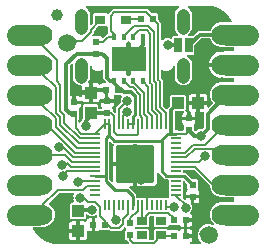
<source format=gbr>
G04 EAGLE Gerber RS-274X export*
G75*
%MOMM*%
%FSLAX34Y34*%
%LPD*%
%INBottom Copper*%
%IPPOS*%
%AMOC8*
5,1,8,0,0,1.08239X$1,22.5*%
G01*
%ADD10C,1.000000*%
%ADD11C,1.778000*%
%ADD12C,1.778000*%
%ADD13R,0.400000X0.600000*%
%ADD14R,3.000000X2.000000*%
%ADD15R,0.600000X0.600000*%
%ADD16R,1.000000X1.075000*%
%ADD17C,1.108000*%
%ADD18R,0.875000X0.200000*%
%ADD19R,0.200000X0.875000*%
%ADD20C,0.320000*%
%ADD21C,1.500000*%
%ADD22R,0.900000X0.750000*%
%ADD23R,0.635000X1.270000*%
%ADD24R,0.900000X0.800000*%
%ADD25R,1.075000X1.000000*%
%ADD26C,0.304800*%
%ADD27C,0.800100*%
%ADD28C,0.177800*%
%ADD29C,0.152400*%
%ADD30C,0.254000*%
%ADD31C,0.203200*%

G36*
X142275Y97941D02*
X142275Y97941D01*
X142305Y97940D01*
X142404Y97967D01*
X142506Y97987D01*
X142525Y98000D01*
X142561Y98009D01*
X142786Y98152D01*
X142811Y98181D01*
X142831Y98194D01*
X143555Y98918D01*
X145586Y99759D01*
X147531Y99759D01*
X147552Y99762D01*
X147572Y99760D01*
X147683Y99782D01*
X147794Y99799D01*
X147812Y99808D01*
X147833Y99812D01*
X147872Y99837D01*
X148033Y99915D01*
X148115Y99992D01*
X148159Y100019D01*
X149472Y101333D01*
X149485Y101350D01*
X149501Y101363D01*
X149563Y101457D01*
X149630Y101547D01*
X149637Y101566D01*
X149648Y101584D01*
X149658Y101629D01*
X149717Y101798D01*
X149721Y101910D01*
X149732Y101961D01*
X149732Y113618D01*
X149717Y113720D01*
X149709Y113822D01*
X149697Y113850D01*
X149692Y113881D01*
X149648Y113973D01*
X149610Y114069D01*
X149590Y114092D01*
X149577Y114120D01*
X149507Y114195D01*
X149442Y114275D01*
X149416Y114292D01*
X149395Y114314D01*
X149306Y114365D01*
X149221Y114422D01*
X149197Y114428D01*
X149165Y114446D01*
X148905Y114504D01*
X148867Y114501D01*
X148844Y114506D01*
X146421Y114506D01*
X146421Y120270D01*
X152560Y120270D01*
X152560Y119011D01*
X152567Y118960D01*
X152566Y118908D01*
X152587Y118829D01*
X152600Y118748D01*
X152622Y118701D01*
X152636Y118652D01*
X152680Y118582D01*
X152715Y118509D01*
X152750Y118471D01*
X152778Y118427D01*
X152841Y118374D01*
X152897Y118314D01*
X152941Y118289D01*
X152981Y118255D01*
X153056Y118223D01*
X153127Y118182D01*
X153178Y118171D01*
X153225Y118151D01*
X153307Y118142D01*
X153387Y118125D01*
X153438Y118129D01*
X153490Y118123D01*
X153570Y118140D01*
X153652Y118146D01*
X153700Y118165D01*
X153750Y118175D01*
X153794Y118203D01*
X153899Y118245D01*
X154038Y118358D01*
X154076Y118383D01*
X156857Y121163D01*
X156918Y121246D01*
X156984Y121324D01*
X156996Y121353D01*
X157015Y121377D01*
X157048Y121474D01*
X157089Y121569D01*
X157092Y121599D01*
X157102Y121628D01*
X157105Y121731D01*
X157116Y121833D01*
X157110Y121863D01*
X157111Y121894D01*
X157084Y121993D01*
X157064Y122094D01*
X157051Y122114D01*
X157041Y122151D01*
X156899Y122375D01*
X156870Y122399D01*
X156857Y122420D01*
X156271Y123006D01*
X154685Y126833D01*
X154685Y130977D01*
X156271Y134804D01*
X159201Y137734D01*
X163028Y139320D01*
X174371Y139320D01*
X174473Y139335D01*
X174575Y139343D01*
X174603Y139355D01*
X174634Y139360D01*
X174726Y139404D01*
X174822Y139442D01*
X174845Y139462D01*
X174873Y139475D01*
X174948Y139545D01*
X175028Y139610D01*
X175045Y139636D01*
X175067Y139657D01*
X175118Y139746D01*
X175175Y139831D01*
X175181Y139855D01*
X175199Y139887D01*
X175257Y140147D01*
X175256Y140155D01*
X175257Y140158D01*
X175255Y140188D01*
X175259Y140208D01*
X175259Y141986D01*
X175244Y142088D01*
X175236Y142190D01*
X175224Y142218D01*
X175219Y142249D01*
X175175Y142341D01*
X175137Y142437D01*
X175117Y142460D01*
X175104Y142488D01*
X175034Y142563D01*
X174969Y142643D01*
X174943Y142660D01*
X174922Y142682D01*
X174833Y142733D01*
X174748Y142790D01*
X174724Y142796D01*
X174692Y142814D01*
X174432Y142872D01*
X174394Y142869D01*
X174371Y142874D01*
X168010Y142874D01*
X167144Y143012D01*
X166878Y143013D01*
X166871Y143011D01*
X166866Y143012D01*
X166571Y142965D01*
X166540Y142998D01*
X166310Y143130D01*
X166280Y143136D01*
X166263Y143146D01*
X164486Y143724D01*
X164378Y143741D01*
X164272Y143765D01*
X164247Y143763D01*
X164223Y143767D01*
X164116Y143752D01*
X164007Y143743D01*
X163984Y143734D01*
X163960Y143731D01*
X163862Y143685D01*
X163760Y143644D01*
X163741Y143629D01*
X163719Y143618D01*
X163639Y143545D01*
X163554Y143477D01*
X163540Y143456D01*
X163522Y143440D01*
X163467Y143346D01*
X163407Y143256D01*
X163402Y143237D01*
X163387Y143211D01*
X163340Y143011D01*
X162423Y143156D01*
X160712Y143712D01*
X159109Y144529D01*
X157653Y145586D01*
X156381Y146858D01*
X155324Y148314D01*
X154507Y149917D01*
X153951Y151628D01*
X153808Y152528D01*
X164211Y152528D01*
X164312Y152543D01*
X164415Y152551D01*
X164443Y152563D01*
X164474Y152568D01*
X164566Y152612D01*
X164661Y152650D01*
X164685Y152670D01*
X164713Y152683D01*
X164788Y152753D01*
X164868Y152818D01*
X164885Y152844D01*
X164907Y152865D01*
X164958Y152954D01*
X165015Y153039D01*
X165020Y153063D01*
X165039Y153095D01*
X165097Y153355D01*
X165094Y153393D01*
X165099Y153416D01*
X165099Y155194D01*
X165084Y155295D01*
X165075Y155398D01*
X165064Y155426D01*
X165059Y155457D01*
X165015Y155549D01*
X164976Y155644D01*
X164957Y155668D01*
X164944Y155696D01*
X164874Y155771D01*
X164809Y155851D01*
X164783Y155868D01*
X164762Y155890D01*
X164673Y155941D01*
X164588Y155998D01*
X164564Y156004D01*
X164531Y156022D01*
X164272Y156080D01*
X164234Y156077D01*
X164211Y156082D01*
X153808Y156082D01*
X153951Y156982D01*
X154507Y158693D01*
X155324Y160296D01*
X156381Y161752D01*
X157653Y163024D01*
X159109Y164081D01*
X160712Y164898D01*
X162423Y165454D01*
X163341Y165600D01*
X163349Y165515D01*
X163359Y165493D01*
X163363Y165468D01*
X163410Y165371D01*
X163452Y165270D01*
X163468Y165251D01*
X163478Y165229D01*
X163552Y165150D01*
X163622Y165066D01*
X163643Y165053D01*
X163660Y165035D01*
X163754Y164981D01*
X163845Y164922D01*
X163869Y164915D01*
X163890Y164903D01*
X163997Y164879D01*
X164101Y164850D01*
X164120Y164852D01*
X164150Y164845D01*
X164415Y164867D01*
X164457Y164884D01*
X164486Y164886D01*
X166263Y165464D01*
X166350Y165507D01*
X166439Y165543D01*
X166468Y165567D01*
X166501Y165583D01*
X166567Y165646D01*
X166866Y165598D01*
X167132Y165597D01*
X167139Y165599D01*
X167144Y165598D01*
X168010Y165736D01*
X174371Y165736D01*
X174473Y165751D01*
X174575Y165759D01*
X174603Y165771D01*
X174634Y165776D01*
X174726Y165820D01*
X174822Y165858D01*
X174845Y165878D01*
X174873Y165891D01*
X174948Y165961D01*
X175028Y166026D01*
X175045Y166052D01*
X175067Y166073D01*
X175118Y166162D01*
X175175Y166247D01*
X175181Y166271D01*
X175199Y166303D01*
X175257Y166563D01*
X175254Y166601D01*
X175259Y166624D01*
X175259Y168402D01*
X175244Y168504D01*
X175236Y168606D01*
X175224Y168634D01*
X175219Y168665D01*
X175175Y168757D01*
X175137Y168853D01*
X175117Y168876D01*
X175104Y168904D01*
X175034Y168979D01*
X174969Y169059D01*
X174943Y169076D01*
X174922Y169098D01*
X174833Y169149D01*
X174748Y169206D01*
X174724Y169212D01*
X174692Y169230D01*
X174432Y169288D01*
X174394Y169285D01*
X174371Y169290D01*
X163028Y169290D01*
X159201Y170876D01*
X156271Y173806D01*
X155317Y176108D01*
X155286Y176160D01*
X155270Y176200D01*
X155269Y176201D01*
X155262Y176219D01*
X155217Y176274D01*
X155180Y176336D01*
X155134Y176377D01*
X155094Y176425D01*
X155035Y176465D01*
X154981Y176512D01*
X154925Y176538D01*
X154873Y176572D01*
X154826Y176583D01*
X154739Y176622D01*
X154527Y176649D01*
X154496Y176656D01*
X147554Y176656D01*
X147533Y176653D01*
X147512Y176655D01*
X147402Y176633D01*
X147291Y176616D01*
X147272Y176607D01*
X147251Y176603D01*
X147213Y176579D01*
X147052Y176501D01*
X146969Y176424D01*
X146926Y176396D01*
X141540Y171010D01*
X141527Y170993D01*
X141511Y170980D01*
X141449Y170887D01*
X141382Y170796D01*
X141375Y170777D01*
X141364Y170759D01*
X141354Y170715D01*
X141295Y170545D01*
X141291Y170433D01*
X141280Y170382D01*
X141280Y163833D01*
X140387Y162940D01*
X135946Y162940D01*
X135855Y162926D01*
X135763Y162921D01*
X135724Y162907D01*
X135684Y162900D01*
X135601Y162860D01*
X135514Y162828D01*
X135481Y162803D01*
X135444Y162785D01*
X135377Y162722D01*
X135304Y162665D01*
X135280Y162632D01*
X135250Y162603D01*
X135204Y162523D01*
X135151Y162448D01*
X135138Y162408D01*
X135118Y162373D01*
X135098Y162282D01*
X135070Y162195D01*
X135069Y162153D01*
X135060Y162113D01*
X135068Y162021D01*
X135067Y161929D01*
X135078Y161889D01*
X135082Y161848D01*
X135116Y161763D01*
X135143Y161674D01*
X135165Y161640D01*
X135181Y161601D01*
X135239Y161530D01*
X135290Y161453D01*
X135316Y161435D01*
X135348Y161395D01*
X135570Y161248D01*
X135590Y161243D01*
X135606Y161231D01*
X136102Y161026D01*
X138089Y159039D01*
X139165Y156442D01*
X139165Y142552D01*
X138089Y139955D01*
X136102Y137968D01*
X133505Y136892D01*
X130695Y136892D01*
X128098Y137968D01*
X126111Y139955D01*
X125035Y142552D01*
X125035Y152367D01*
X125021Y152458D01*
X125016Y152551D01*
X125002Y152589D01*
X124995Y152630D01*
X124955Y152713D01*
X124923Y152799D01*
X124898Y152832D01*
X124880Y152869D01*
X124817Y152937D01*
X124760Y153010D01*
X124726Y153033D01*
X124698Y153063D01*
X124618Y153109D01*
X124543Y153162D01*
X124503Y153175D01*
X124468Y153195D01*
X124378Y153215D01*
X124290Y153244D01*
X124248Y153244D01*
X124208Y153253D01*
X124116Y153246D01*
X124024Y153247D01*
X123984Y153235D01*
X123943Y153232D01*
X123858Y153197D01*
X123769Y153171D01*
X123735Y153148D01*
X123696Y153133D01*
X123625Y153074D01*
X123548Y153023D01*
X123530Y152997D01*
X123490Y152965D01*
X123343Y152744D01*
X123338Y152724D01*
X123326Y152707D01*
X122709Y151217D01*
X121080Y149588D01*
X118952Y148706D01*
X116648Y148706D01*
X114386Y149643D01*
X114376Y149646D01*
X114367Y149651D01*
X114247Y149678D01*
X114128Y149707D01*
X114117Y149707D01*
X114107Y149709D01*
X113985Y149699D01*
X113862Y149692D01*
X113853Y149688D01*
X113842Y149687D01*
X113728Y149642D01*
X113614Y149599D01*
X113605Y149592D01*
X113595Y149588D01*
X113500Y149511D01*
X113403Y149436D01*
X113397Y149427D01*
X113389Y149421D01*
X113321Y149318D01*
X113251Y149218D01*
X113247Y149208D01*
X113242Y149200D01*
X113235Y149169D01*
X113169Y148965D01*
X113168Y148870D01*
X113158Y148823D01*
X113158Y143168D01*
X113161Y143147D01*
X113159Y143127D01*
X113181Y143016D01*
X113198Y142905D01*
X113207Y142887D01*
X113211Y142866D01*
X113235Y142827D01*
X113313Y142666D01*
X113390Y142584D01*
X113418Y142540D01*
X114570Y141388D01*
X114570Y120166D01*
X114573Y120145D01*
X114571Y120125D01*
X114593Y120014D01*
X114610Y119903D01*
X114619Y119885D01*
X114623Y119864D01*
X114647Y119825D01*
X114725Y119664D01*
X114802Y119582D01*
X114830Y119538D01*
X117355Y117013D01*
X117396Y116982D01*
X117432Y116945D01*
X117503Y116904D01*
X117569Y116855D01*
X117618Y116838D01*
X117662Y116813D01*
X117742Y116795D01*
X117820Y116768D01*
X117872Y116766D01*
X117922Y116755D01*
X118004Y116762D01*
X118086Y116759D01*
X118135Y116772D01*
X118187Y116777D01*
X118263Y116807D01*
X118342Y116829D01*
X118386Y116856D01*
X118434Y116876D01*
X118497Y116927D01*
X118566Y116971D01*
X118600Y117011D01*
X118640Y117043D01*
X118685Y117112D01*
X118738Y117174D01*
X118759Y117221D01*
X118787Y117264D01*
X118799Y117315D01*
X118843Y117418D01*
X118859Y117574D01*
X120484Y119199D01*
X120497Y119216D01*
X120513Y119229D01*
X120575Y119322D01*
X120642Y119413D01*
X120649Y119432D01*
X120660Y119450D01*
X120670Y119494D01*
X120729Y119664D01*
X120733Y119776D01*
X120744Y119827D01*
X120744Y127679D01*
X121637Y128572D01*
X133651Y128572D01*
X134544Y127679D01*
X134544Y116415D01*
X134024Y115896D01*
X133994Y115855D01*
X133956Y115819D01*
X133915Y115748D01*
X133867Y115682D01*
X133850Y115633D01*
X133824Y115589D01*
X133806Y115509D01*
X133779Y115431D01*
X133778Y115379D01*
X133766Y115329D01*
X133773Y115247D01*
X133770Y115165D01*
X133784Y115116D01*
X133788Y115064D01*
X133818Y114988D01*
X133840Y114909D01*
X133868Y114865D01*
X133887Y114817D01*
X133939Y114754D01*
X133983Y114685D01*
X134022Y114651D01*
X134055Y114611D01*
X134123Y114566D01*
X134185Y114513D01*
X134233Y114492D01*
X134276Y114464D01*
X134326Y114452D01*
X134430Y114408D01*
X134608Y114390D01*
X134652Y114380D01*
X135280Y114380D01*
X135280Y110338D01*
X131238Y110338D01*
X131238Y112174D01*
X131411Y112820D01*
X131746Y113399D01*
X132233Y113886D01*
X132264Y113901D01*
X132337Y113969D01*
X132414Y114030D01*
X132433Y114059D01*
X132459Y114083D01*
X132508Y114169D01*
X132563Y114250D01*
X132573Y114283D01*
X132591Y114313D01*
X132612Y114410D01*
X132641Y114505D01*
X132641Y114539D01*
X132648Y114573D01*
X132640Y114672D01*
X132640Y114770D01*
X132630Y114803D01*
X132627Y114838D01*
X132590Y114930D01*
X132560Y115024D01*
X132541Y115052D01*
X132528Y115085D01*
X132465Y115162D01*
X132409Y115243D01*
X132382Y115264D01*
X132360Y115291D01*
X132278Y115346D01*
X132200Y115407D01*
X132168Y115419D01*
X132139Y115438D01*
X132088Y115450D01*
X131952Y115502D01*
X131814Y115511D01*
X131762Y115522D01*
X125857Y115522D01*
X125755Y115507D01*
X125653Y115499D01*
X125625Y115487D01*
X125594Y115482D01*
X125502Y115438D01*
X125406Y115400D01*
X125383Y115380D01*
X125355Y115367D01*
X125280Y115297D01*
X125200Y115232D01*
X125183Y115206D01*
X125161Y115185D01*
X125110Y115096D01*
X125053Y115011D01*
X125047Y114987D01*
X125029Y114955D01*
X124971Y114695D01*
X124974Y114657D01*
X124969Y114634D01*
X124969Y99660D01*
X124984Y99558D01*
X124992Y99456D01*
X125004Y99428D01*
X125009Y99397D01*
X125053Y99305D01*
X125091Y99209D01*
X125111Y99186D01*
X125124Y99158D01*
X125194Y99083D01*
X125259Y99003D01*
X125285Y98986D01*
X125306Y98964D01*
X125395Y98913D01*
X125480Y98856D01*
X125504Y98850D01*
X125536Y98832D01*
X125796Y98774D01*
X125834Y98777D01*
X125857Y98772D01*
X127098Y98772D01*
X127107Y98762D01*
X127124Y98749D01*
X127138Y98733D01*
X127231Y98671D01*
X127321Y98604D01*
X127341Y98597D01*
X127359Y98586D01*
X127403Y98576D01*
X127572Y98517D01*
X127685Y98513D01*
X127736Y98502D01*
X131083Y98502D01*
X131125Y98492D01*
X131203Y98465D01*
X131254Y98464D01*
X131305Y98452D01*
X131387Y98459D01*
X131468Y98456D01*
X131518Y98470D01*
X131570Y98474D01*
X131646Y98504D01*
X131725Y98526D01*
X131768Y98554D01*
X131817Y98573D01*
X131880Y98625D01*
X131949Y98668D01*
X131983Y98708D01*
X132023Y98741D01*
X132068Y98809D01*
X132121Y98871D01*
X132142Y98919D01*
X132170Y98962D01*
X132182Y99012D01*
X132190Y99032D01*
X132194Y99039D01*
X132196Y99045D01*
X132226Y99115D01*
X132239Y99238D01*
X132252Y99299D01*
X132250Y99321D01*
X132254Y99338D01*
X132254Y102311D01*
X132371Y102427D01*
X132422Y102496D01*
X132480Y102559D01*
X132500Y102603D01*
X132529Y102641D01*
X132557Y102722D01*
X132593Y102800D01*
X132600Y102847D01*
X132616Y102892D01*
X132619Y102978D01*
X132631Y103063D01*
X132623Y103110D01*
X132625Y103158D01*
X132602Y103241D01*
X132589Y103325D01*
X132568Y103368D01*
X132555Y103414D01*
X132509Y103486D01*
X132471Y103563D01*
X132445Y103587D01*
X132413Y103639D01*
X132238Y103787D01*
X131746Y104279D01*
X131411Y104858D01*
X131238Y105504D01*
X131238Y107340D01*
X136168Y107340D01*
X136269Y107355D01*
X136372Y107363D01*
X136400Y107375D01*
X136431Y107379D01*
X136523Y107424D01*
X136618Y107462D01*
X136642Y107482D01*
X136670Y107495D01*
X136745Y107565D01*
X136776Y107591D01*
X136792Y107571D01*
X136818Y107554D01*
X136839Y107532D01*
X136928Y107481D01*
X137013Y107424D01*
X137037Y107418D01*
X137070Y107400D01*
X137329Y107342D01*
X137367Y107345D01*
X137390Y107340D01*
X142320Y107340D01*
X142320Y105504D01*
X142147Y104858D01*
X141812Y104279D01*
X141304Y103771D01*
X141232Y103725D01*
X141201Y103689D01*
X141163Y103659D01*
X141115Y103588D01*
X141060Y103522D01*
X141041Y103478D01*
X141014Y103439D01*
X140989Y103357D01*
X140955Y103278D01*
X140950Y103230D01*
X140936Y103185D01*
X140937Y103099D01*
X140928Y103013D01*
X140937Y102966D01*
X140938Y102919D01*
X140963Y102837D01*
X140980Y102753D01*
X140999Y102723D01*
X141017Y102665D01*
X141168Y102446D01*
X141181Y102436D01*
X141187Y102427D01*
X141304Y102311D01*
X141304Y98834D01*
X141307Y98814D01*
X141305Y98793D01*
X141327Y98682D01*
X141344Y98571D01*
X141352Y98553D01*
X141356Y98533D01*
X141380Y98495D01*
X141385Y98485D01*
X141391Y98463D01*
X141410Y98433D01*
X141459Y98332D01*
X141507Y98280D01*
X141534Y98239D01*
X141553Y98223D01*
X141563Y98207D01*
X141574Y98195D01*
X141614Y98166D01*
X141641Y98137D01*
X141679Y98115D01*
X141736Y98067D01*
X141764Y98055D01*
X141788Y98037D01*
X141860Y98012D01*
X141871Y98005D01*
X141890Y98001D01*
X141981Y97962D01*
X142011Y97959D01*
X142039Y97949D01*
X142142Y97946D01*
X142245Y97935D01*
X142275Y97941D01*
G37*
G36*
X85170Y2548D02*
X85170Y2548D01*
X85222Y2547D01*
X85301Y2568D01*
X85382Y2581D01*
X85429Y2603D01*
X85478Y2617D01*
X85548Y2661D01*
X85621Y2696D01*
X85659Y2731D01*
X85703Y2759D01*
X85756Y2822D01*
X85816Y2878D01*
X85841Y2922D01*
X85875Y2962D01*
X85907Y3037D01*
X85948Y3108D01*
X85959Y3159D01*
X85979Y3206D01*
X85988Y3288D01*
X86005Y3368D01*
X86001Y3419D01*
X86007Y3471D01*
X85991Y3551D01*
X85984Y3633D01*
X85965Y3681D01*
X85955Y3731D01*
X85927Y3775D01*
X85885Y3880D01*
X85772Y4019D01*
X85747Y4057D01*
X84429Y5375D01*
X84412Y5388D01*
X84399Y5404D01*
X84305Y5466D01*
X84215Y5533D01*
X84196Y5540D01*
X84178Y5551D01*
X84133Y5561D01*
X83964Y5620D01*
X83852Y5624D01*
X83801Y5635D01*
X83363Y5635D01*
X82470Y6528D01*
X82470Y13792D01*
X83291Y14612D01*
X83352Y14695D01*
X83418Y14773D01*
X83430Y14801D01*
X83448Y14826D01*
X83482Y14923D01*
X83522Y15017D01*
X83526Y15048D01*
X83536Y15077D01*
X83539Y15179D01*
X83550Y15282D01*
X83544Y15312D01*
X83545Y15343D01*
X83518Y15442D01*
X83498Y15542D01*
X83485Y15562D01*
X83475Y15599D01*
X83332Y15823D01*
X83303Y15848D01*
X83291Y15868D01*
X82802Y16357D01*
X82719Y16418D01*
X82641Y16484D01*
X82613Y16496D01*
X82588Y16515D01*
X82491Y16548D01*
X82396Y16589D01*
X82366Y16592D01*
X82337Y16602D01*
X82234Y16606D01*
X82132Y16616D01*
X82102Y16610D01*
X82071Y16611D01*
X81972Y16584D01*
X81871Y16564D01*
X81851Y16551D01*
X81815Y16541D01*
X81590Y16399D01*
X81566Y16370D01*
X81546Y16357D01*
X80683Y15494D01*
X79009Y13820D01*
X70142Y13820D01*
X69951Y14011D01*
X69934Y14024D01*
X69921Y14040D01*
X69828Y14102D01*
X69737Y14169D01*
X69718Y14176D01*
X69700Y14187D01*
X69656Y14197D01*
X69486Y14256D01*
X69374Y14260D01*
X69323Y14271D01*
X62408Y14271D01*
X62292Y14388D01*
X62223Y14439D01*
X62160Y14497D01*
X62116Y14517D01*
X62078Y14546D01*
X61997Y14574D01*
X61919Y14610D01*
X61872Y14617D01*
X61827Y14633D01*
X61741Y14636D01*
X61656Y14648D01*
X61609Y14640D01*
X61561Y14642D01*
X61478Y14619D01*
X61394Y14606D01*
X61351Y14585D01*
X61305Y14572D01*
X61233Y14526D01*
X61156Y14488D01*
X61132Y14462D01*
X61080Y14430D01*
X60932Y14255D01*
X60440Y13763D01*
X59861Y13428D01*
X59215Y13255D01*
X57379Y13255D01*
X57379Y18185D01*
X57364Y18286D01*
X57356Y18389D01*
X57344Y18417D01*
X57339Y18448D01*
X57295Y18540D01*
X57257Y18635D01*
X57237Y18659D01*
X57224Y18687D01*
X57154Y18762D01*
X57128Y18793D01*
X57148Y18809D01*
X57165Y18835D01*
X57187Y18856D01*
X57238Y18945D01*
X57295Y19030D01*
X57301Y19054D01*
X57319Y19087D01*
X57377Y19346D01*
X57377Y19354D01*
X57377Y19356D01*
X57375Y19387D01*
X57379Y19407D01*
X57379Y24337D01*
X58293Y24337D01*
X58395Y24352D01*
X58497Y24360D01*
X58525Y24372D01*
X58556Y24377D01*
X58648Y24421D01*
X58744Y24459D01*
X58767Y24479D01*
X58795Y24492D01*
X58870Y24562D01*
X58950Y24627D01*
X58967Y24653D01*
X58989Y24674D01*
X59040Y24763D01*
X59097Y24848D01*
X59103Y24872D01*
X59121Y24904D01*
X59179Y25164D01*
X59176Y25202D01*
X59181Y25225D01*
X59181Y26236D01*
X59174Y26287D01*
X59175Y26339D01*
X59154Y26418D01*
X59141Y26499D01*
X59119Y26545D01*
X59105Y26595D01*
X59061Y26664D01*
X59026Y26738D01*
X58990Y26776D01*
X58963Y26820D01*
X58900Y26873D01*
X58844Y26932D01*
X58799Y26958D01*
X58760Y26992D01*
X58685Y27024D01*
X58614Y27064D01*
X58563Y27076D01*
X58515Y27096D01*
X58434Y27104D01*
X58354Y27122D01*
X58302Y27118D01*
X58251Y27123D01*
X58171Y27107D01*
X58089Y27101D01*
X58041Y27081D01*
X57990Y27071D01*
X57947Y27043D01*
X57842Y27002D01*
X57792Y26961D01*
X55709Y26098D01*
X55269Y26098D01*
X55167Y26082D01*
X55065Y26074D01*
X55037Y26063D01*
X55006Y26058D01*
X54914Y26013D01*
X54818Y25975D01*
X54795Y25956D01*
X54767Y25942D01*
X54692Y25872D01*
X54612Y25807D01*
X54595Y25782D01*
X54573Y25761D01*
X54522Y25672D01*
X54465Y25586D01*
X54459Y25563D01*
X54441Y25530D01*
X54383Y25271D01*
X54386Y25233D01*
X54381Y25210D01*
X54381Y19407D01*
X54396Y19306D01*
X54404Y19203D01*
X54416Y19175D01*
X54420Y19144D01*
X54465Y19052D01*
X54503Y18957D01*
X54523Y18933D01*
X54536Y18905D01*
X54606Y18830D01*
X54632Y18799D01*
X54612Y18783D01*
X54595Y18757D01*
X54573Y18736D01*
X54522Y18647D01*
X54465Y18562D01*
X54459Y18538D01*
X54441Y18505D01*
X54383Y18246D01*
X54386Y18208D01*
X54381Y18185D01*
X54381Y13255D01*
X52545Y13255D01*
X51899Y13428D01*
X51749Y13515D01*
X51685Y13540D01*
X51626Y13574D01*
X51562Y13588D01*
X51502Y13612D01*
X51433Y13617D01*
X51366Y13632D01*
X51301Y13627D01*
X51237Y13632D01*
X51170Y13616D01*
X51101Y13610D01*
X51041Y13586D01*
X50978Y13572D01*
X50918Y13537D01*
X50854Y13511D01*
X50804Y13470D01*
X50748Y13438D01*
X50702Y13387D01*
X50648Y13344D01*
X50612Y13290D01*
X50568Y13242D01*
X50539Y13180D01*
X50501Y13123D01*
X50491Y13079D01*
X50454Y13002D01*
X50420Y12759D01*
X50417Y12746D01*
X50417Y8093D01*
X50244Y7446D01*
X49909Y6867D01*
X49436Y6394D01*
X48857Y6059D01*
X48211Y5886D01*
X44653Y5886D01*
X44653Y12913D01*
X44638Y13014D01*
X44629Y13117D01*
X44618Y13145D01*
X44613Y13176D01*
X44569Y13268D01*
X44530Y13363D01*
X44511Y13387D01*
X44498Y13415D01*
X44428Y13490D01*
X44363Y13570D01*
X44337Y13587D01*
X44316Y13609D01*
X44227Y13660D01*
X44142Y13717D01*
X44118Y13723D01*
X44086Y13741D01*
X43826Y13799D01*
X43788Y13796D01*
X43765Y13801D01*
X42875Y13801D01*
X42875Y13803D01*
X43765Y13803D01*
X43866Y13818D01*
X43969Y13827D01*
X43997Y13838D01*
X44028Y13843D01*
X44120Y13887D01*
X44215Y13926D01*
X44239Y13945D01*
X44267Y13958D01*
X44342Y14028D01*
X44422Y14093D01*
X44439Y14119D01*
X44461Y14140D01*
X44512Y14229D01*
X44569Y14314D01*
X44575Y14338D01*
X44593Y14371D01*
X44651Y14630D01*
X44648Y14668D01*
X44653Y14691D01*
X44653Y21718D01*
X48211Y21718D01*
X48857Y21545D01*
X49007Y21458D01*
X49071Y21433D01*
X49130Y21399D01*
X49194Y21385D01*
X49254Y21361D01*
X49323Y21356D01*
X49390Y21341D01*
X49455Y21346D01*
X49519Y21342D01*
X49587Y21357D01*
X49655Y21363D01*
X49715Y21387D01*
X49778Y21401D01*
X49838Y21436D01*
X49902Y21462D01*
X49952Y21503D01*
X50008Y21535D01*
X50054Y21586D01*
X50108Y21629D01*
X50144Y21683D01*
X50188Y21731D01*
X50217Y21793D01*
X50255Y21850D01*
X50265Y21894D01*
X50302Y21971D01*
X50308Y22016D01*
X50309Y22018D01*
X50512Y22777D01*
X50847Y23356D01*
X51320Y23829D01*
X51899Y24164D01*
X52545Y24337D01*
X53297Y24337D01*
X53388Y24351D01*
X53480Y24356D01*
X53519Y24370D01*
X53560Y24377D01*
X53643Y24417D01*
X53729Y24449D01*
X53762Y24474D01*
X53799Y24492D01*
X53867Y24555D01*
X53940Y24612D01*
X53963Y24646D01*
X53993Y24674D01*
X54039Y24754D01*
X54092Y24829D01*
X54105Y24869D01*
X54125Y24904D01*
X54145Y24994D01*
X54174Y25082D01*
X54174Y25124D01*
X54183Y25164D01*
X54176Y25256D01*
X54177Y25348D01*
X54165Y25388D01*
X54162Y25429D01*
X54127Y25515D01*
X54101Y25603D01*
X54078Y25637D01*
X54063Y25676D01*
X54004Y25747D01*
X53953Y25824D01*
X53927Y25842D01*
X53895Y25882D01*
X53674Y26029D01*
X53654Y26034D01*
X53637Y26046D01*
X51480Y26939D01*
X50917Y27502D01*
X50876Y27533D01*
X50840Y27570D01*
X50769Y27611D01*
X50703Y27660D01*
X50654Y27677D01*
X50610Y27702D01*
X50530Y27720D01*
X50452Y27747D01*
X50401Y27749D01*
X50350Y27760D01*
X50268Y27753D01*
X50186Y27756D01*
X50137Y27743D01*
X50085Y27739D01*
X50009Y27708D01*
X49930Y27686D01*
X49886Y27659D01*
X49838Y27640D01*
X49775Y27588D01*
X49706Y27544D01*
X49672Y27505D01*
X49632Y27472D01*
X49587Y27404D01*
X49534Y27341D01*
X49513Y27294D01*
X49485Y27251D01*
X49473Y27200D01*
X49429Y27097D01*
X49411Y26918D01*
X49401Y26874D01*
X49401Y24795D01*
X48508Y23902D01*
X37244Y23902D01*
X36351Y24795D01*
X36351Y36809D01*
X37244Y37702D01*
X38867Y37702D01*
X38877Y37703D01*
X38888Y37702D01*
X39008Y37723D01*
X39130Y37742D01*
X39139Y37746D01*
X39149Y37748D01*
X39259Y37804D01*
X39369Y37857D01*
X39377Y37865D01*
X39386Y37869D01*
X39473Y37955D01*
X39563Y38039D01*
X39568Y38048D01*
X39576Y38055D01*
X39634Y38163D01*
X39695Y38269D01*
X39697Y38280D01*
X39702Y38289D01*
X39726Y38410D01*
X39753Y38529D01*
X39752Y38539D01*
X39754Y38550D01*
X39749Y38581D01*
X39731Y38794D01*
X39696Y38883D01*
X39687Y38930D01*
X38908Y40811D01*
X38908Y43009D01*
X39641Y44779D01*
X39644Y44789D01*
X39649Y44798D01*
X39676Y44918D01*
X39705Y45037D01*
X39705Y45048D01*
X39707Y45058D01*
X39697Y45180D01*
X39690Y45303D01*
X39686Y45312D01*
X39685Y45323D01*
X39640Y45437D01*
X39597Y45551D01*
X39590Y45560D01*
X39586Y45570D01*
X39509Y45665D01*
X39434Y45762D01*
X39425Y45768D01*
X39419Y45776D01*
X39316Y45844D01*
X39216Y45914D01*
X39206Y45918D01*
X39198Y45923D01*
X39167Y45930D01*
X38963Y45996D01*
X38868Y45997D01*
X38821Y46007D01*
X27123Y46007D01*
X27102Y46004D01*
X27081Y46006D01*
X26971Y45984D01*
X26860Y45967D01*
X26841Y45958D01*
X26820Y45954D01*
X26782Y45930D01*
X26621Y45852D01*
X26538Y45775D01*
X26495Y45747D01*
X18325Y37577D01*
X18319Y37569D01*
X18310Y37562D01*
X18240Y37462D01*
X18167Y37363D01*
X18164Y37353D01*
X18158Y37345D01*
X18120Y37228D01*
X18080Y37112D01*
X18079Y37102D01*
X18076Y37092D01*
X18075Y36969D01*
X18071Y36847D01*
X18073Y36836D01*
X18073Y36826D01*
X18108Y36708D01*
X18140Y36590D01*
X18146Y36581D01*
X18149Y36571D01*
X18217Y36469D01*
X18283Y36366D01*
X18291Y36359D01*
X18297Y36350D01*
X18322Y36332D01*
X18486Y36194D01*
X18574Y36156D01*
X18586Y36147D01*
X21529Y33204D01*
X23115Y29377D01*
X23115Y25233D01*
X21529Y21406D01*
X18599Y18476D01*
X14772Y16890D01*
X5636Y16890D01*
X5529Y16874D01*
X5421Y16864D01*
X5398Y16854D01*
X5373Y16850D01*
X5276Y16803D01*
X5175Y16761D01*
X5156Y16745D01*
X5134Y16735D01*
X5054Y16660D01*
X4971Y16591D01*
X4958Y16570D01*
X4940Y16553D01*
X4886Y16459D01*
X4827Y16368D01*
X4820Y16344D01*
X4808Y16323D01*
X4784Y16217D01*
X4755Y16112D01*
X4757Y16093D01*
X4750Y16063D01*
X4772Y15798D01*
X4789Y15756D01*
X4792Y15728D01*
X4979Y15151D01*
X5098Y14913D01*
X5103Y14908D01*
X5105Y14903D01*
X9146Y9342D01*
X9332Y9153D01*
X9339Y9149D01*
X9342Y9146D01*
X14903Y5105D01*
X15139Y4983D01*
X15147Y4981D01*
X15151Y4979D01*
X21689Y2855D01*
X21845Y2829D01*
X21893Y2814D01*
X25330Y2543D01*
X25374Y2547D01*
X25400Y2541D01*
X85119Y2541D01*
X85170Y2548D01*
G37*
G36*
X146179Y2548D02*
X146179Y2548D01*
X146231Y2547D01*
X146310Y2568D01*
X146391Y2581D01*
X146437Y2603D01*
X146487Y2617D01*
X146556Y2661D01*
X146630Y2696D01*
X146668Y2731D01*
X146711Y2759D01*
X146764Y2822D01*
X146824Y2878D01*
X146850Y2922D01*
X146883Y2962D01*
X146916Y3037D01*
X146956Y3108D01*
X146968Y3159D01*
X146988Y3206D01*
X146996Y3288D01*
X147014Y3368D01*
X147010Y3419D01*
X147015Y3471D01*
X146999Y3551D01*
X146992Y3633D01*
X146973Y3681D01*
X146963Y3731D01*
X146935Y3775D01*
X146893Y3880D01*
X146780Y4019D01*
X146756Y4057D01*
X145765Y5048D01*
X144391Y8365D01*
X144391Y9383D01*
X144351Y9646D01*
X144335Y9680D01*
X144335Y11894D01*
X145200Y13983D01*
X145262Y14067D01*
X145279Y14116D01*
X145297Y14141D01*
X145765Y15272D01*
X148304Y17811D01*
X151621Y19185D01*
X155211Y19185D01*
X156686Y18574D01*
X156775Y18552D01*
X156863Y18521D01*
X156904Y18520D01*
X156944Y18510D01*
X157036Y18515D01*
X157128Y18512D01*
X157168Y18523D01*
X157209Y18525D01*
X157296Y18558D01*
X157385Y18582D01*
X157420Y18604D01*
X157458Y18619D01*
X157531Y18675D01*
X157609Y18725D01*
X157636Y18756D01*
X157668Y18781D01*
X157721Y18857D01*
X157781Y18927D01*
X157797Y18965D01*
X157821Y18999D01*
X157849Y19087D01*
X157885Y19172D01*
X157890Y19213D01*
X157902Y19252D01*
X157903Y19344D01*
X157913Y19436D01*
X157905Y19477D01*
X157905Y19518D01*
X157879Y19606D01*
X157861Y19697D01*
X157844Y19723D01*
X157829Y19773D01*
X157772Y19858D01*
X157768Y19868D01*
X157753Y19887D01*
X157682Y19994D01*
X157665Y20005D01*
X157654Y20023D01*
X156271Y21406D01*
X154685Y25233D01*
X154685Y29377D01*
X156271Y33204D01*
X159201Y36134D01*
X163028Y37720D01*
X174371Y37720D01*
X174473Y37735D01*
X174575Y37743D01*
X174603Y37755D01*
X174634Y37760D01*
X174726Y37804D01*
X174822Y37842D01*
X174845Y37862D01*
X174873Y37875D01*
X174948Y37945D01*
X175028Y38010D01*
X175045Y38036D01*
X175067Y38057D01*
X175118Y38146D01*
X175175Y38231D01*
X175181Y38255D01*
X175199Y38287D01*
X175257Y38547D01*
X175254Y38585D01*
X175259Y38608D01*
X175259Y41402D01*
X175244Y41504D01*
X175236Y41606D01*
X175224Y41634D01*
X175219Y41665D01*
X175175Y41757D01*
X175137Y41853D01*
X175117Y41876D01*
X175104Y41904D01*
X175034Y41979D01*
X174969Y42059D01*
X174943Y42076D01*
X174922Y42098D01*
X174833Y42149D01*
X174748Y42206D01*
X174724Y42212D01*
X174692Y42230D01*
X174432Y42288D01*
X174394Y42285D01*
X174371Y42290D01*
X163028Y42290D01*
X159201Y43876D01*
X156271Y46806D01*
X154685Y50633D01*
X154685Y51845D01*
X154682Y51866D01*
X154684Y51887D01*
X154662Y51997D01*
X154645Y52108D01*
X154636Y52127D01*
X154632Y52148D01*
X154608Y52186D01*
X154530Y52347D01*
X154453Y52430D01*
X154425Y52473D01*
X141595Y65303D01*
X141578Y65316D01*
X141565Y65332D01*
X141472Y65394D01*
X141381Y65461D01*
X141362Y65468D01*
X141344Y65479D01*
X141300Y65489D01*
X141130Y65548D01*
X141018Y65552D01*
X140967Y65563D01*
X132728Y65563D01*
X132626Y65548D01*
X132524Y65540D01*
X132496Y65528D01*
X132465Y65523D01*
X132373Y65479D01*
X132277Y65441D01*
X132254Y65421D01*
X132226Y65408D01*
X132151Y65338D01*
X132071Y65273D01*
X132054Y65247D01*
X132032Y65226D01*
X131981Y65137D01*
X131924Y65052D01*
X131918Y65028D01*
X131900Y64996D01*
X131842Y64736D01*
X131845Y64698D01*
X131840Y64675D01*
X131840Y63660D01*
X131855Y63558D01*
X131863Y63456D01*
X131875Y63428D01*
X131880Y63397D01*
X131924Y63305D01*
X131962Y63209D01*
X131982Y63186D01*
X131995Y63158D01*
X132065Y63083D01*
X132130Y63003D01*
X132156Y62986D01*
X132177Y62964D01*
X132266Y62913D01*
X132351Y62856D01*
X132375Y62850D01*
X132407Y62832D01*
X132667Y62774D01*
X132705Y62777D01*
X132728Y62772D01*
X133967Y62772D01*
X139121Y57617D01*
X139138Y57604D01*
X139152Y57588D01*
X139245Y57526D01*
X139335Y57459D01*
X139355Y57452D01*
X139373Y57441D01*
X139417Y57431D01*
X139586Y57372D01*
X139699Y57368D01*
X139750Y57357D01*
X143586Y57357D01*
X144479Y56464D01*
X144479Y49200D01*
X144362Y49084D01*
X144311Y49015D01*
X144253Y48952D01*
X144233Y48908D01*
X144204Y48870D01*
X144176Y48789D01*
X144140Y48711D01*
X144133Y48664D01*
X144117Y48619D01*
X144114Y48533D01*
X144102Y48448D01*
X144110Y48401D01*
X144108Y48353D01*
X144131Y48270D01*
X144144Y48186D01*
X144165Y48143D01*
X144178Y48097D01*
X144224Y48025D01*
X144262Y47948D01*
X144288Y47924D01*
X144320Y47872D01*
X144495Y47724D01*
X144987Y47232D01*
X145322Y46653D01*
X145495Y46007D01*
X145495Y44171D01*
X140565Y44171D01*
X140464Y44156D01*
X140361Y44148D01*
X140333Y44136D01*
X140302Y44131D01*
X140210Y44087D01*
X140115Y44049D01*
X140091Y44029D01*
X140063Y44016D01*
X139988Y43946D01*
X139957Y43920D01*
X139941Y43940D01*
X139915Y43957D01*
X139894Y43979D01*
X139805Y44030D01*
X139720Y44087D01*
X139696Y44093D01*
X139663Y44111D01*
X139404Y44169D01*
X139366Y44166D01*
X139343Y44171D01*
X134413Y44171D01*
X134413Y46007D01*
X134586Y46653D01*
X134921Y47232D01*
X135429Y47740D01*
X135501Y47786D01*
X135532Y47822D01*
X135570Y47852D01*
X135618Y47923D01*
X135673Y47989D01*
X135692Y48033D01*
X135719Y48072D01*
X135744Y48154D01*
X135778Y48233D01*
X135783Y48281D01*
X135797Y48326D01*
X135796Y48412D01*
X135805Y48498D01*
X135796Y48545D01*
X135795Y48592D01*
X135770Y48674D01*
X135753Y48758D01*
X135734Y48788D01*
X135716Y48846D01*
X135565Y49065D01*
X135552Y49075D01*
X135546Y49084D01*
X135429Y49200D01*
X135429Y53036D01*
X135426Y53057D01*
X135428Y53078D01*
X135406Y53188D01*
X135389Y53299D01*
X135380Y53318D01*
X135376Y53339D01*
X135352Y53377D01*
X135274Y53539D01*
X135197Y53621D01*
X135169Y53665D01*
X133356Y55478D01*
X133315Y55508D01*
X133279Y55546D01*
X133208Y55587D01*
X133142Y55635D01*
X133093Y55652D01*
X133049Y55678D01*
X132969Y55696D01*
X132891Y55723D01*
X132839Y55724D01*
X132789Y55736D01*
X132707Y55729D01*
X132625Y55732D01*
X132576Y55718D01*
X132524Y55714D01*
X132448Y55684D01*
X132369Y55662D01*
X132325Y55634D01*
X132277Y55615D01*
X132214Y55563D01*
X132145Y55519D01*
X132111Y55480D01*
X132071Y55447D01*
X132026Y55379D01*
X131973Y55317D01*
X131952Y55269D01*
X131924Y55226D01*
X131912Y55176D01*
X131868Y55072D01*
X131850Y54894D01*
X131840Y54850D01*
X131840Y53977D01*
X131840Y49977D01*
X131840Y45977D01*
X131840Y42340D01*
X131794Y42278D01*
X131727Y42199D01*
X131715Y42171D01*
X131697Y42146D01*
X131663Y42049D01*
X131623Y41955D01*
X131620Y41924D01*
X131609Y41895D01*
X131606Y41793D01*
X131595Y41690D01*
X131601Y41660D01*
X131600Y41630D01*
X131627Y41530D01*
X131647Y41430D01*
X131660Y41410D01*
X131670Y41373D01*
X131813Y41149D01*
X131842Y41124D01*
X131854Y41104D01*
X132897Y40062D01*
X132938Y40031D01*
X132974Y39993D01*
X133045Y39953D01*
X133111Y39904D01*
X133160Y39887D01*
X133204Y39861D01*
X133284Y39843D01*
X133362Y39817D01*
X133414Y39815D01*
X133464Y39804D01*
X133546Y39810D01*
X133628Y39807D01*
X133677Y39821D01*
X133729Y39825D01*
X133805Y39856D01*
X133884Y39877D01*
X133928Y39905D01*
X133976Y39924D01*
X134039Y39976D01*
X134108Y40020D01*
X134142Y40059D01*
X134182Y40092D01*
X134227Y40160D01*
X134280Y40222D01*
X134301Y40270D01*
X134329Y40313D01*
X134341Y40363D01*
X134385Y40467D01*
X134402Y40634D01*
X134411Y40674D01*
X134411Y40679D01*
X134413Y40690D01*
X134413Y41173D01*
X138455Y41173D01*
X138455Y37240D01*
X138458Y37219D01*
X138456Y37198D01*
X138478Y37088D01*
X138494Y36977D01*
X138504Y36958D01*
X138508Y36938D01*
X138532Y36899D01*
X138610Y36738D01*
X138687Y36656D01*
X138715Y36612D01*
X138796Y36531D01*
X139637Y34500D01*
X139637Y32302D01*
X138796Y30271D01*
X138015Y29490D01*
X137964Y29421D01*
X137906Y29358D01*
X137886Y29315D01*
X137857Y29276D01*
X137829Y29195D01*
X137792Y29118D01*
X137786Y29070D01*
X137770Y29025D01*
X137767Y28940D01*
X137755Y28855D01*
X137762Y28807D01*
X137761Y28760D01*
X137783Y28677D01*
X137797Y28592D01*
X137818Y28549D01*
X137831Y28503D01*
X137877Y28431D01*
X137915Y28354D01*
X137941Y28330D01*
X137973Y28279D01*
X138176Y28107D01*
X138191Y28100D01*
X138199Y28093D01*
X138545Y27893D01*
X139018Y27420D01*
X139353Y26841D01*
X139526Y26195D01*
X139526Y24359D01*
X134596Y24359D01*
X134495Y24344D01*
X134392Y24336D01*
X134364Y24324D01*
X134333Y24319D01*
X134241Y24275D01*
X134146Y24237D01*
X134122Y24217D01*
X134094Y24204D01*
X134019Y24134D01*
X133939Y24069D01*
X133922Y24043D01*
X133900Y24022D01*
X133849Y23933D01*
X133792Y23848D01*
X133787Y23824D01*
X133768Y23792D01*
X133710Y23532D01*
X133713Y23494D01*
X133708Y23471D01*
X133708Y23137D01*
X133374Y23137D01*
X133272Y23122D01*
X133170Y23113D01*
X133142Y23102D01*
X133111Y23097D01*
X133019Y23053D01*
X132923Y23014D01*
X132900Y22995D01*
X132872Y22982D01*
X132797Y22911D01*
X132717Y22847D01*
X132700Y22821D01*
X132678Y22800D01*
X132627Y22711D01*
X132570Y22626D01*
X132564Y22602D01*
X132546Y22569D01*
X132488Y22310D01*
X132491Y22272D01*
X132486Y22249D01*
X132486Y17319D01*
X130650Y17319D01*
X130004Y17492D01*
X129425Y17827D01*
X128917Y18335D01*
X128871Y18407D01*
X128835Y18438D01*
X128805Y18476D01*
X128734Y18524D01*
X128668Y18579D01*
X128624Y18598D01*
X128585Y18625D01*
X128503Y18650D01*
X128424Y18684D01*
X128376Y18689D01*
X128331Y18703D01*
X128245Y18702D01*
X128159Y18711D01*
X128112Y18702D01*
X128065Y18701D01*
X127983Y18676D01*
X127899Y18659D01*
X127869Y18640D01*
X127811Y18622D01*
X127592Y18471D01*
X127582Y18458D01*
X127573Y18452D01*
X127457Y18335D01*
X120010Y18335D01*
X119989Y18332D01*
X119968Y18334D01*
X119857Y18312D01*
X119747Y18295D01*
X119728Y18286D01*
X119707Y18282D01*
X119669Y18258D01*
X119507Y18180D01*
X119425Y18103D01*
X119381Y18075D01*
X118411Y17104D01*
X108147Y17104D01*
X107254Y17997D01*
X107254Y25387D01*
X107239Y25489D01*
X107231Y25591D01*
X107219Y25619D01*
X107214Y25650D01*
X107170Y25742D01*
X107132Y25838D01*
X107112Y25861D01*
X107099Y25889D01*
X107029Y25964D01*
X106964Y26044D01*
X106938Y26061D01*
X106917Y26083D01*
X106828Y26134D01*
X106743Y26191D01*
X106719Y26197D01*
X106687Y26215D01*
X106427Y26273D01*
X106389Y26270D01*
X106366Y26275D01*
X104457Y26275D01*
X104436Y26272D01*
X104415Y26274D01*
X104305Y26252D01*
X104194Y26235D01*
X104175Y26226D01*
X104154Y26222D01*
X104116Y26198D01*
X103955Y26120D01*
X103872Y26043D01*
X103829Y26015D01*
X103064Y25250D01*
X103052Y25234D01*
X103035Y25220D01*
X102973Y25127D01*
X102906Y25036D01*
X102899Y25017D01*
X102888Y24999D01*
X102878Y24955D01*
X102819Y24785D01*
X102815Y24673D01*
X102804Y24622D01*
X102804Y17997D01*
X101911Y17104D01*
X92303Y17104D01*
X92283Y17101D01*
X92262Y17103D01*
X92151Y17081D01*
X92041Y17064D01*
X92022Y17055D01*
X92001Y17051D01*
X91963Y17027D01*
X91801Y16949D01*
X91719Y16872D01*
X91675Y16844D01*
X91501Y16670D01*
X91471Y16629D01*
X91433Y16593D01*
X91392Y16522D01*
X91344Y16456D01*
X91327Y16407D01*
X91301Y16363D01*
X91283Y16283D01*
X91256Y16205D01*
X91255Y16153D01*
X91243Y16103D01*
X91250Y16021D01*
X91247Y15939D01*
X91261Y15890D01*
X91265Y15838D01*
X91295Y15762D01*
X91317Y15683D01*
X91345Y15639D01*
X91364Y15591D01*
X91416Y15528D01*
X91460Y15459D01*
X91499Y15425D01*
X91532Y15385D01*
X91600Y15340D01*
X91662Y15287D01*
X91710Y15266D01*
X91753Y15238D01*
X91803Y15226D01*
X91907Y15182D01*
X92085Y15164D01*
X92129Y15154D01*
X101911Y15154D01*
X102804Y14261D01*
X102804Y6985D01*
X102819Y6883D01*
X102827Y6781D01*
X102839Y6753D01*
X102844Y6722D01*
X102888Y6630D01*
X102926Y6534D01*
X102946Y6511D01*
X102959Y6483D01*
X103029Y6408D01*
X103094Y6328D01*
X103120Y6311D01*
X103141Y6289D01*
X103230Y6238D01*
X103315Y6181D01*
X103339Y6175D01*
X103371Y6157D01*
X103631Y6099D01*
X103669Y6102D01*
X103692Y6097D01*
X105715Y6097D01*
X105736Y6100D01*
X105757Y6098D01*
X105867Y6120D01*
X105978Y6137D01*
X105997Y6146D01*
X106018Y6150D01*
X106056Y6174D01*
X106217Y6252D01*
X106300Y6329D01*
X106343Y6357D01*
X106994Y7008D01*
X107007Y7025D01*
X107023Y7038D01*
X107085Y7131D01*
X107152Y7222D01*
X107159Y7241D01*
X107170Y7259D01*
X107180Y7303D01*
X107239Y7473D01*
X107243Y7585D01*
X107254Y7636D01*
X107254Y14261D01*
X108147Y15154D01*
X118411Y15154D01*
X119254Y14310D01*
X119271Y14297D01*
X119285Y14281D01*
X119378Y14219D01*
X119468Y14152D01*
X119488Y14145D01*
X119506Y14134D01*
X119550Y14124D01*
X119719Y14065D01*
X119832Y14061D01*
X119883Y14050D01*
X127457Y14050D01*
X127573Y13933D01*
X127642Y13882D01*
X127705Y13824D01*
X127749Y13804D01*
X127787Y13775D01*
X127868Y13747D01*
X127946Y13711D01*
X127993Y13704D01*
X128038Y13688D01*
X128124Y13685D01*
X128209Y13673D01*
X128256Y13681D01*
X128304Y13679D01*
X128387Y13702D01*
X128471Y13715D01*
X128514Y13736D01*
X128560Y13749D01*
X128632Y13795D01*
X128709Y13833D01*
X128733Y13859D01*
X128785Y13891D01*
X128933Y14066D01*
X129425Y14558D01*
X130004Y14893D01*
X130650Y15066D01*
X132486Y15066D01*
X132486Y10136D01*
X132501Y10035D01*
X132509Y9932D01*
X132521Y9904D01*
X132525Y9873D01*
X132570Y9781D01*
X132608Y9686D01*
X132628Y9662D01*
X132641Y9634D01*
X132711Y9559D01*
X132776Y9479D01*
X132802Y9462D01*
X132823Y9440D01*
X132912Y9389D01*
X132997Y9332D01*
X133021Y9327D01*
X133053Y9308D01*
X133313Y9250D01*
X133351Y9253D01*
X133374Y9248D01*
X133708Y9248D01*
X133708Y8914D01*
X133723Y8812D01*
X133732Y8710D01*
X133743Y8682D01*
X133748Y8651D01*
X133792Y8559D01*
X133831Y8463D01*
X133850Y8440D01*
X133863Y8412D01*
X133934Y8337D01*
X133998Y8257D01*
X134024Y8240D01*
X134045Y8218D01*
X134134Y8167D01*
X134219Y8110D01*
X134243Y8104D01*
X134276Y8086D01*
X134535Y8028D01*
X134573Y8031D01*
X134596Y8026D01*
X139526Y8026D01*
X139526Y6190D01*
X139353Y5544D01*
X139018Y4965D01*
X138545Y4492D01*
X138036Y4198D01*
X138009Y4177D01*
X137978Y4162D01*
X137906Y4094D01*
X137829Y4032D01*
X137809Y4004D01*
X137784Y3980D01*
X137735Y3894D01*
X137679Y3813D01*
X137669Y3779D01*
X137652Y3750D01*
X137631Y3653D01*
X137602Y3558D01*
X137602Y3524D01*
X137594Y3490D01*
X137602Y3391D01*
X137603Y3292D01*
X137613Y3260D01*
X137616Y3225D01*
X137653Y3133D01*
X137682Y3039D01*
X137702Y3011D01*
X137715Y2978D01*
X137777Y2901D01*
X137834Y2820D01*
X137861Y2799D01*
X137883Y2772D01*
X137965Y2717D01*
X138043Y2656D01*
X138075Y2644D01*
X138104Y2625D01*
X138155Y2613D01*
X138291Y2561D01*
X138429Y2552D01*
X138480Y2541D01*
X146128Y2541D01*
X146179Y2548D01*
G37*
G36*
X114168Y174950D02*
X114168Y174950D01*
X114250Y174956D01*
X114298Y174976D01*
X114348Y174986D01*
X114392Y175013D01*
X114497Y175055D01*
X114636Y175168D01*
X114674Y175193D01*
X115615Y176134D01*
X117646Y176975D01*
X119844Y176975D01*
X121652Y176226D01*
X121662Y176224D01*
X121671Y176219D01*
X121791Y176192D01*
X121910Y176162D01*
X121921Y176163D01*
X121931Y176161D01*
X122053Y176171D01*
X122176Y176178D01*
X122185Y176182D01*
X122196Y176182D01*
X122310Y176228D01*
X122424Y176271D01*
X122433Y176277D01*
X122443Y176281D01*
X122538Y176359D01*
X122635Y176434D01*
X122641Y176442D01*
X122649Y176449D01*
X122717Y176551D01*
X122787Y176651D01*
X122791Y176661D01*
X122796Y176670D01*
X122803Y176701D01*
X122869Y176904D01*
X122870Y177000D01*
X122880Y177047D01*
X122880Y177797D01*
X123773Y178690D01*
X127032Y178690D01*
X127083Y178697D01*
X127134Y178696D01*
X127214Y178717D01*
X127295Y178730D01*
X127341Y178752D01*
X127391Y178766D01*
X127460Y178810D01*
X127534Y178845D01*
X127572Y178880D01*
X127615Y178908D01*
X127668Y178971D01*
X127728Y179027D01*
X127754Y179071D01*
X127787Y179111D01*
X127820Y179186D01*
X127860Y179257D01*
X127871Y179308D01*
X127892Y179355D01*
X127900Y179437D01*
X127918Y179517D01*
X127914Y179568D01*
X127919Y179620D01*
X127903Y179700D01*
X127896Y179782D01*
X127877Y179830D01*
X127867Y179880D01*
X127839Y179924D01*
X127797Y180029D01*
X127684Y180168D01*
X127660Y180206D01*
X126111Y181755D01*
X125035Y184352D01*
X125035Y198242D01*
X126111Y200839D01*
X128223Y202951D01*
X128248Y202985D01*
X128296Y203030D01*
X128315Y203064D01*
X128341Y203093D01*
X128365Y203143D01*
X128381Y203165D01*
X128392Y203199D01*
X128428Y203260D01*
X128436Y203299D01*
X128453Y203334D01*
X128461Y203395D01*
X128468Y203416D01*
X128469Y203446D01*
X128486Y203520D01*
X128482Y203559D01*
X128488Y203597D01*
X128477Y203662D01*
X128477Y203682D01*
X128470Y203708D01*
X128464Y203785D01*
X128449Y203821D01*
X128443Y203860D01*
X128413Y203919D01*
X128407Y203938D01*
X128394Y203960D01*
X128365Y204032D01*
X128340Y204062D01*
X128323Y204097D01*
X128276Y204145D01*
X128265Y204163D01*
X128245Y204180D01*
X128197Y204238D01*
X128165Y204260D01*
X128138Y204288D01*
X128081Y204319D01*
X128062Y204335D01*
X128035Y204346D01*
X127976Y204385D01*
X127947Y204392D01*
X127905Y204415D01*
X127846Y204427D01*
X127818Y204439D01*
X127755Y204446D01*
X127644Y204468D01*
X127622Y204464D01*
X127599Y204469D01*
X50201Y204469D01*
X50141Y204460D01*
X50102Y204462D01*
X50071Y204453D01*
X50013Y204449D01*
X49976Y204435D01*
X49938Y204429D01*
X49877Y204400D01*
X49846Y204392D01*
X49823Y204377D01*
X49764Y204355D01*
X49734Y204331D01*
X49698Y204314D01*
X49645Y204264D01*
X49622Y204249D01*
X49607Y204232D01*
X49555Y204191D01*
X49533Y204159D01*
X49504Y204132D01*
X49466Y204066D01*
X49450Y204046D01*
X49442Y204028D01*
X49403Y203973D01*
X49392Y203935D01*
X49372Y203902D01*
X49355Y203826D01*
X49345Y203802D01*
X49343Y203782D01*
X49323Y203719D01*
X49323Y203680D01*
X49314Y203642D01*
X49321Y203566D01*
X49318Y203538D01*
X49322Y203517D01*
X49322Y203453D01*
X49333Y203416D01*
X49336Y203377D01*
X49363Y203309D01*
X49370Y203277D01*
X49380Y203261D01*
X49399Y203199D01*
X49420Y203167D01*
X49435Y203130D01*
X49495Y203057D01*
X49548Y202979D01*
X49569Y202964D01*
X49577Y202951D01*
X49597Y202931D01*
X49603Y202924D01*
X49606Y202922D01*
X51689Y200839D01*
X52765Y198242D01*
X52765Y188657D01*
X52772Y188606D01*
X52771Y188554D01*
X52792Y188475D01*
X52805Y188394D01*
X52827Y188347D01*
X52841Y188298D01*
X52885Y188228D01*
X52920Y188155D01*
X52955Y188117D01*
X52983Y188073D01*
X53046Y188020D01*
X53102Y187960D01*
X53146Y187935D01*
X53186Y187901D01*
X53261Y187869D01*
X53332Y187828D01*
X53383Y187817D01*
X53430Y187797D01*
X53512Y187788D01*
X53592Y187771D01*
X53643Y187775D01*
X53695Y187769D01*
X53775Y187785D01*
X53857Y187792D01*
X53905Y187811D01*
X53955Y187821D01*
X53999Y187849D01*
X54104Y187891D01*
X54243Y188004D01*
X54281Y188029D01*
X55659Y189407D01*
X55672Y189424D01*
X55688Y189437D01*
X55750Y189530D01*
X55817Y189621D01*
X55824Y189640D01*
X55835Y189658D01*
X55845Y189702D01*
X55904Y189872D01*
X55908Y189984D01*
X55919Y190035D01*
X55919Y196910D01*
X56812Y197803D01*
X67076Y197803D01*
X67366Y197512D01*
X67449Y197451D01*
X67527Y197385D01*
X67555Y197373D01*
X67580Y197354D01*
X67677Y197320D01*
X67772Y197280D01*
X67802Y197277D01*
X67831Y197267D01*
X67934Y197263D01*
X68036Y197253D01*
X68066Y197259D01*
X68097Y197258D01*
X68196Y197285D01*
X68297Y197305D01*
X68317Y197318D01*
X68353Y197328D01*
X68578Y197470D01*
X68602Y197499D01*
X68622Y197512D01*
X69745Y198635D01*
X72342Y201232D01*
X101902Y201232D01*
X103576Y199558D01*
X105055Y198079D01*
X105072Y198066D01*
X105085Y198050D01*
X105178Y197988D01*
X105269Y197921D01*
X105288Y197914D01*
X105306Y197903D01*
X105350Y197893D01*
X105520Y197834D01*
X105632Y197830D01*
X105683Y197819D01*
X110058Y197819D01*
X110951Y196926D01*
X110951Y192551D01*
X110954Y192530D01*
X110952Y192509D01*
X110974Y192399D01*
X110991Y192288D01*
X111000Y192269D01*
X111004Y192248D01*
X111028Y192210D01*
X111106Y192049D01*
X111183Y191966D01*
X111211Y191923D01*
X111484Y191650D01*
X113158Y189976D01*
X113158Y175821D01*
X113165Y175770D01*
X113164Y175718D01*
X113185Y175639D01*
X113198Y175558D01*
X113220Y175512D01*
X113234Y175462D01*
X113278Y175393D01*
X113313Y175319D01*
X113348Y175281D01*
X113376Y175238D01*
X113439Y175184D01*
X113495Y175125D01*
X113539Y175099D01*
X113579Y175066D01*
X113654Y175033D01*
X113725Y174993D01*
X113776Y174981D01*
X113823Y174961D01*
X113905Y174953D01*
X113985Y174935D01*
X114036Y174939D01*
X114088Y174934D01*
X114168Y174950D01*
G37*
G36*
X101542Y34604D02*
X101542Y34604D01*
X101644Y34613D01*
X101673Y34624D01*
X101703Y34629D01*
X101795Y34674D01*
X101891Y34712D01*
X101915Y34731D01*
X101942Y34745D01*
X102017Y34815D01*
X102097Y34879D01*
X102114Y34905D01*
X102137Y34926D01*
X102187Y35015D01*
X102245Y35101D01*
X102250Y35124D01*
X102269Y35157D01*
X102326Y35416D01*
X102323Y35454D01*
X102328Y35477D01*
X102328Y42393D01*
X102775Y42393D01*
X103421Y42220D01*
X104000Y41885D01*
X104248Y41637D01*
X104265Y41624D01*
X104278Y41608D01*
X104372Y41546D01*
X104462Y41479D01*
X104482Y41472D01*
X104500Y41461D01*
X104544Y41451D01*
X104713Y41392D01*
X104826Y41388D01*
X104876Y41377D01*
X107440Y41377D01*
X111440Y41377D01*
X115440Y41377D01*
X119152Y41377D01*
X119254Y41392D01*
X119356Y41400D01*
X119384Y41412D01*
X119415Y41417D01*
X119507Y41461D01*
X119603Y41499D01*
X119626Y41519D01*
X119654Y41532D01*
X119729Y41602D01*
X119809Y41667D01*
X119826Y41693D01*
X119848Y41714D01*
X119899Y41803D01*
X119956Y41888D01*
X119962Y41912D01*
X119980Y41944D01*
X120038Y42204D01*
X120035Y42242D01*
X120040Y42265D01*
X120040Y45977D01*
X120040Y49977D01*
X120040Y53977D01*
X120040Y56294D01*
X120025Y56396D01*
X120017Y56498D01*
X120005Y56526D01*
X120000Y56557D01*
X119956Y56649D01*
X119918Y56745D01*
X119898Y56768D01*
X119885Y56796D01*
X119815Y56871D01*
X119750Y56951D01*
X119724Y56968D01*
X119703Y56990D01*
X119614Y57041D01*
X119529Y57098D01*
X119505Y57104D01*
X119473Y57122D01*
X119213Y57180D01*
X119175Y57177D01*
X119152Y57182D01*
X116665Y57182D01*
X114768Y59079D01*
X114768Y59080D01*
X112768Y61080D01*
X112767Y61080D01*
X111497Y62351D01*
X111456Y62381D01*
X111420Y62419D01*
X111349Y62460D01*
X111283Y62508D01*
X111234Y62525D01*
X111190Y62551D01*
X111110Y62569D01*
X111032Y62596D01*
X110980Y62597D01*
X110930Y62609D01*
X110848Y62602D01*
X110766Y62605D01*
X110717Y62591D01*
X110665Y62587D01*
X110589Y62557D01*
X110510Y62535D01*
X110466Y62507D01*
X110418Y62488D01*
X110355Y62436D01*
X110286Y62392D01*
X110252Y62353D01*
X110212Y62320D01*
X110167Y62252D01*
X110114Y62190D01*
X110093Y62142D01*
X110065Y62099D01*
X110053Y62049D01*
X110009Y61945D01*
X109991Y61767D01*
X109981Y61723D01*
X109981Y55032D01*
X109699Y53979D01*
X109153Y53035D01*
X108382Y52264D01*
X107438Y51718D01*
X106385Y51436D01*
X93217Y51436D01*
X93217Y69088D01*
X93202Y69189D01*
X93193Y69292D01*
X93182Y69320D01*
X93177Y69351D01*
X93133Y69443D01*
X93094Y69538D01*
X93075Y69562D01*
X93062Y69590D01*
X92992Y69665D01*
X92927Y69745D01*
X92901Y69762D01*
X92880Y69784D01*
X92791Y69835D01*
X92706Y69892D01*
X92682Y69897D01*
X92649Y69916D01*
X92390Y69974D01*
X92352Y69971D01*
X92329Y69976D01*
X91439Y69976D01*
X91439Y69978D01*
X92329Y69978D01*
X92430Y69993D01*
X92533Y70002D01*
X92561Y70013D01*
X92592Y70018D01*
X92684Y70062D01*
X92779Y70101D01*
X92803Y70120D01*
X92831Y70133D01*
X92906Y70203D01*
X92986Y70268D01*
X93003Y70294D01*
X93025Y70315D01*
X93076Y70404D01*
X93133Y70489D01*
X93138Y70513D01*
X93157Y70546D01*
X93215Y70805D01*
X93212Y70843D01*
X93217Y70866D01*
X93217Y86360D01*
X93202Y86462D01*
X93193Y86564D01*
X93182Y86592D01*
X93177Y86623D01*
X93133Y86715D01*
X93094Y86811D01*
X93075Y86834D01*
X93062Y86862D01*
X92992Y86937D01*
X92927Y87017D01*
X92901Y87034D01*
X92880Y87056D01*
X92791Y87107D01*
X92706Y87164D01*
X92682Y87170D01*
X92649Y87188D01*
X92390Y87246D01*
X92352Y87243D01*
X92329Y87248D01*
X90551Y87248D01*
X90450Y87233D01*
X90347Y87225D01*
X90319Y87213D01*
X90288Y87208D01*
X90196Y87164D01*
X90101Y87126D01*
X90077Y87106D01*
X90049Y87093D01*
X89974Y87023D01*
X89894Y86958D01*
X89877Y86932D01*
X89855Y86911D01*
X89804Y86822D01*
X89747Y86737D01*
X89741Y86713D01*
X89723Y86681D01*
X89665Y86421D01*
X89668Y86383D01*
X89663Y86360D01*
X89663Y71754D01*
X72899Y71754D01*
X72899Y84922D01*
X73192Y86014D01*
X73206Y86039D01*
X73220Y86103D01*
X73244Y86163D01*
X73249Y86232D01*
X73264Y86299D01*
X73259Y86364D01*
X73264Y86428D01*
X73248Y86495D01*
X73242Y86564D01*
X73218Y86624D01*
X73204Y86687D01*
X73169Y86747D01*
X73143Y86811D01*
X73102Y86861D01*
X73070Y86917D01*
X73019Y86963D01*
X72976Y87017D01*
X72922Y87053D01*
X72874Y87097D01*
X72812Y87126D01*
X72755Y87164D01*
X72711Y87174D01*
X72697Y87181D01*
X70986Y88892D01*
X70945Y88922D01*
X70909Y88960D01*
X70838Y89001D01*
X70772Y89049D01*
X70723Y89066D01*
X70679Y89092D01*
X70599Y89110D01*
X70521Y89137D01*
X70469Y89138D01*
X70419Y89150D01*
X70337Y89143D01*
X70255Y89146D01*
X70206Y89132D01*
X70154Y89128D01*
X70078Y89098D01*
X69999Y89076D01*
X69955Y89048D01*
X69907Y89029D01*
X69844Y88977D01*
X69775Y88933D01*
X69741Y88894D01*
X69701Y88861D01*
X69656Y88793D01*
X69603Y88731D01*
X69582Y88683D01*
X69554Y88640D01*
X69542Y88590D01*
X69498Y88486D01*
X69480Y88308D01*
X69470Y88264D01*
X69470Y57406D01*
X69473Y57385D01*
X69471Y57364D01*
X69493Y57254D01*
X69510Y57143D01*
X69519Y57124D01*
X69523Y57103D01*
X69547Y57065D01*
X69625Y56903D01*
X69702Y56821D01*
X69730Y56777D01*
X71383Y55124D01*
X71424Y55094D01*
X71460Y55056D01*
X71531Y55015D01*
X71597Y54967D01*
X71646Y54950D01*
X71690Y54924D01*
X71770Y54906D01*
X71848Y54879D01*
X71900Y54878D01*
X71950Y54866D01*
X72032Y54873D01*
X72114Y54870D01*
X72163Y54884D01*
X72215Y54888D01*
X72291Y54918D01*
X72370Y54940D01*
X72414Y54968D01*
X72462Y54987D01*
X72525Y55039D01*
X72594Y55083D01*
X72628Y55122D01*
X72668Y55155D01*
X72713Y55223D01*
X72766Y55285D01*
X72787Y55333D01*
X72815Y55376D01*
X72827Y55426D01*
X72871Y55530D01*
X72889Y55708D01*
X72899Y55752D01*
X72899Y68200D01*
X89663Y68200D01*
X89663Y51436D01*
X87376Y51436D01*
X87325Y51429D01*
X87273Y51430D01*
X87194Y51409D01*
X87113Y51396D01*
X87066Y51374D01*
X87016Y51360D01*
X86947Y51316D01*
X86873Y51281D01*
X86836Y51246D01*
X86792Y51218D01*
X86739Y51155D01*
X86679Y51099D01*
X86653Y51055D01*
X86620Y51015D01*
X86588Y50940D01*
X86547Y50869D01*
X86536Y50818D01*
X86516Y50771D01*
X86507Y50689D01*
X86489Y50609D01*
X86494Y50558D01*
X86488Y50506D01*
X86504Y50426D01*
X86511Y50344D01*
X86530Y50296D01*
X86540Y50246D01*
X86568Y50202D01*
X86610Y50098D01*
X86723Y49959D01*
X86747Y49920D01*
X92235Y44433D01*
X92235Y42265D01*
X92250Y42163D01*
X92258Y42061D01*
X92270Y42033D01*
X92275Y42002D01*
X92319Y41910D01*
X92357Y41814D01*
X92377Y41791D01*
X92390Y41763D01*
X92460Y41688D01*
X92525Y41608D01*
X92551Y41591D01*
X92572Y41569D01*
X92661Y41518D01*
X92746Y41461D01*
X92770Y41455D01*
X92802Y41437D01*
X93062Y41379D01*
X93100Y41382D01*
X93123Y41377D01*
X95440Y41377D01*
X98004Y41377D01*
X98024Y41380D01*
X98045Y41378D01*
X98156Y41400D01*
X98267Y41417D01*
X98285Y41426D01*
X98306Y41430D01*
X98345Y41454D01*
X98506Y41532D01*
X98588Y41609D01*
X98632Y41637D01*
X98880Y41885D01*
X99459Y42220D01*
X100105Y42393D01*
X100552Y42393D01*
X100552Y35477D01*
X100567Y35376D01*
X100575Y35273D01*
X100587Y35245D01*
X100591Y35215D01*
X100636Y35122D01*
X100674Y35027D01*
X100694Y35003D01*
X100707Y34975D01*
X100777Y34900D01*
X100842Y34820D01*
X100868Y34803D01*
X100888Y34781D01*
X100977Y34730D01*
X101063Y34673D01*
X101086Y34668D01*
X101119Y34649D01*
X101379Y34591D01*
X101417Y34594D01*
X101440Y34589D01*
X101542Y34604D01*
G37*
G36*
X44318Y105354D02*
X44318Y105354D01*
X44400Y105360D01*
X44448Y105380D01*
X44498Y105390D01*
X44542Y105417D01*
X44647Y105459D01*
X44786Y105572D01*
X44824Y105597D01*
X46221Y106994D01*
X46234Y107011D01*
X46250Y107024D01*
X46312Y107118D01*
X46379Y107208D01*
X46386Y107228D01*
X46397Y107245D01*
X46407Y107290D01*
X46466Y107459D01*
X46470Y107572D01*
X46481Y107622D01*
X46481Y108324D01*
X46936Y108779D01*
X46948Y108795D01*
X46965Y108809D01*
X47027Y108903D01*
X47094Y108993D01*
X47101Y109012D01*
X47112Y109030D01*
X47122Y109074D01*
X47181Y109244D01*
X47185Y109356D01*
X47196Y109407D01*
X47196Y119808D01*
X48089Y120701D01*
X59353Y120701D01*
X60246Y119808D01*
X60246Y117475D01*
X60261Y117373D01*
X60269Y117271D01*
X60281Y117243D01*
X60286Y117212D01*
X60330Y117120D01*
X60368Y117024D01*
X60388Y117001D01*
X60401Y116973D01*
X60471Y116898D01*
X60536Y116818D01*
X60562Y116801D01*
X60583Y116779D01*
X60672Y116728D01*
X60757Y116671D01*
X60781Y116665D01*
X60813Y116647D01*
X61073Y116589D01*
X61111Y116592D01*
X61134Y116587D01*
X62278Y116587D01*
X62380Y116602D01*
X62482Y116610D01*
X62510Y116622D01*
X62541Y116627D01*
X62633Y116671D01*
X62729Y116709D01*
X62752Y116729D01*
X62780Y116742D01*
X62855Y116812D01*
X62935Y116877D01*
X62952Y116903D01*
X62974Y116924D01*
X63025Y117013D01*
X63057Y117061D01*
X63283Y117286D01*
X63334Y117355D01*
X63392Y117418D01*
X63412Y117462D01*
X63441Y117500D01*
X63469Y117581D01*
X63505Y117659D01*
X63512Y117706D01*
X63528Y117751D01*
X63531Y117837D01*
X63543Y117922D01*
X63535Y117969D01*
X63537Y118017D01*
X63514Y118100D01*
X63501Y118184D01*
X63480Y118227D01*
X63467Y118273D01*
X63421Y118345D01*
X63383Y118422D01*
X63357Y118446D01*
X63325Y118498D01*
X63150Y118646D01*
X62658Y119138D01*
X62323Y119717D01*
X62150Y120363D01*
X62150Y122199D01*
X67080Y122199D01*
X67181Y122214D01*
X67284Y122222D01*
X67312Y122234D01*
X67343Y122238D01*
X67435Y122283D01*
X67530Y122321D01*
X67554Y122341D01*
X67582Y122354D01*
X67657Y122424D01*
X67688Y122450D01*
X67704Y122430D01*
X67730Y122413D01*
X67751Y122391D01*
X67840Y122340D01*
X67925Y122283D01*
X67949Y122277D01*
X67982Y122259D01*
X68241Y122201D01*
X68279Y122204D01*
X68302Y122199D01*
X73232Y122199D01*
X73232Y120363D01*
X73059Y119717D01*
X72724Y119138D01*
X72216Y118630D01*
X72144Y118584D01*
X72113Y118548D01*
X72075Y118518D01*
X72027Y118447D01*
X71972Y118381D01*
X71953Y118337D01*
X71926Y118298D01*
X71901Y118216D01*
X71867Y118137D01*
X71862Y118089D01*
X71848Y118044D01*
X71849Y117958D01*
X71840Y117872D01*
X71849Y117825D01*
X71850Y117778D01*
X71875Y117696D01*
X71892Y117612D01*
X71911Y117582D01*
X71929Y117524D01*
X72080Y117305D01*
X72093Y117295D01*
X72099Y117286D01*
X72216Y117170D01*
X72216Y115589D01*
X72219Y115568D01*
X72217Y115547D01*
X72239Y115437D01*
X72256Y115326D01*
X72265Y115307D01*
X72269Y115286D01*
X72293Y115248D01*
X72371Y115087D01*
X72448Y115004D01*
X72476Y114961D01*
X73159Y114278D01*
X73510Y113927D01*
X73551Y113896D01*
X73587Y113858D01*
X73658Y113818D01*
X73724Y113769D01*
X73773Y113752D01*
X73817Y113726D01*
X73897Y113708D01*
X73975Y113682D01*
X74027Y113680D01*
X74077Y113669D01*
X74159Y113675D01*
X74241Y113672D01*
X74290Y113686D01*
X74342Y113690D01*
X74418Y113721D01*
X74497Y113742D01*
X74541Y113770D01*
X74589Y113789D01*
X74652Y113841D01*
X74721Y113885D01*
X74755Y113924D01*
X74795Y113957D01*
X74840Y114025D01*
X74893Y114087D01*
X74914Y114135D01*
X74942Y114178D01*
X74954Y114228D01*
X74998Y114332D01*
X75016Y114510D01*
X75026Y114555D01*
X75026Y117945D01*
X78827Y121746D01*
X78864Y121796D01*
X78908Y121839D01*
X78942Y121902D01*
X78985Y121960D01*
X79005Y122019D01*
X79035Y122073D01*
X79049Y122143D01*
X79072Y122211D01*
X79074Y122273D01*
X79086Y122334D01*
X79078Y122381D01*
X79081Y122477D01*
X79025Y122683D01*
X79020Y122714D01*
X78950Y122882D01*
X78950Y125080D01*
X79835Y127216D01*
X79838Y127226D01*
X79843Y127235D01*
X79869Y127355D01*
X79899Y127474D01*
X79898Y127485D01*
X79901Y127495D01*
X79891Y127617D01*
X79884Y127740D01*
X79880Y127749D01*
X79879Y127760D01*
X79833Y127874D01*
X79790Y127988D01*
X79784Y127997D01*
X79780Y128007D01*
X79702Y128102D01*
X79628Y128199D01*
X79619Y128205D01*
X79612Y128213D01*
X79510Y128281D01*
X79410Y128351D01*
X79400Y128355D01*
X79391Y128360D01*
X79361Y128367D01*
X79157Y128433D01*
X79061Y128434D01*
X79014Y128444D01*
X74011Y128444D01*
X73926Y128431D01*
X73841Y128428D01*
X73795Y128412D01*
X73748Y128404D01*
X73671Y128367D01*
X73590Y128338D01*
X73552Y128310D01*
X73509Y128289D01*
X73446Y128230D01*
X73378Y128179D01*
X73350Y128140D01*
X73315Y128107D01*
X73272Y128033D01*
X73222Y127964D01*
X73206Y127918D01*
X73183Y127877D01*
X73164Y127793D01*
X73137Y127712D01*
X73138Y127676D01*
X73125Y127617D01*
X73146Y127352D01*
X73153Y127337D01*
X73153Y127326D01*
X73232Y127032D01*
X73232Y125197D01*
X69190Y125197D01*
X69190Y126540D01*
X69175Y126642D01*
X69167Y126744D01*
X69155Y126772D01*
X69150Y126803D01*
X69106Y126895D01*
X69068Y126991D01*
X69048Y127014D01*
X69035Y127042D01*
X68965Y127117D01*
X68900Y127197D01*
X68874Y127214D01*
X68853Y127236D01*
X68764Y127287D01*
X68679Y127344D01*
X68655Y127350D01*
X68623Y127368D01*
X68363Y127426D01*
X68325Y127423D01*
X68302Y127428D01*
X68174Y127428D01*
X68174Y132358D01*
X68159Y132459D01*
X68151Y132562D01*
X68139Y132590D01*
X68134Y132621D01*
X68090Y132713D01*
X68052Y132808D01*
X68032Y132832D01*
X68019Y132860D01*
X67949Y132935D01*
X67884Y133015D01*
X67858Y133032D01*
X67837Y133054D01*
X67748Y133105D01*
X67663Y133162D01*
X67639Y133167D01*
X67607Y133186D01*
X67347Y133244D01*
X67309Y133241D01*
X67286Y133246D01*
X66064Y133246D01*
X65962Y133231D01*
X65860Y133222D01*
X65832Y133211D01*
X65801Y133206D01*
X65709Y133162D01*
X65613Y133123D01*
X65590Y133104D01*
X65562Y133091D01*
X65487Y133020D01*
X65407Y132956D01*
X65390Y132930D01*
X65368Y132909D01*
X65317Y132820D01*
X65260Y132735D01*
X65254Y132711D01*
X65236Y132678D01*
X65178Y132419D01*
X65181Y132381D01*
X65176Y132358D01*
X65176Y130127D01*
X65191Y130025D01*
X65199Y129923D01*
X65211Y129895D01*
X65215Y129864D01*
X65260Y129772D01*
X65298Y129676D01*
X65318Y129653D01*
X65331Y129625D01*
X65401Y129550D01*
X65466Y129470D01*
X65492Y129453D01*
X65513Y129431D01*
X65602Y129380D01*
X65687Y129323D01*
X65711Y129317D01*
X65743Y129299D01*
X66003Y129241D01*
X66041Y129244D01*
X66064Y129239D01*
X66192Y129239D01*
X66192Y125197D01*
X61972Y125197D01*
X61853Y125179D01*
X61735Y125165D01*
X61722Y125160D01*
X61709Y125157D01*
X61601Y125106D01*
X61492Y125057D01*
X61482Y125048D01*
X61470Y125042D01*
X61382Y124960D01*
X61292Y124881D01*
X61287Y124872D01*
X61275Y124860D01*
X61143Y124630D01*
X61130Y124570D01*
X61114Y124539D01*
X61089Y124445D01*
X60754Y123866D01*
X60281Y123393D01*
X59702Y123058D01*
X59056Y122885D01*
X55498Y122885D01*
X55498Y129912D01*
X55483Y130013D01*
X55474Y130116D01*
X55463Y130144D01*
X55458Y130175D01*
X55414Y130267D01*
X55375Y130362D01*
X55356Y130386D01*
X55343Y130414D01*
X55273Y130489D01*
X55208Y130569D01*
X55182Y130586D01*
X55161Y130608D01*
X55072Y130659D01*
X54987Y130716D01*
X54963Y130721D01*
X54930Y130740D01*
X54671Y130798D01*
X54633Y130795D01*
X54610Y130800D01*
X53720Y130800D01*
X53720Y130802D01*
X54610Y130802D01*
X54711Y130817D01*
X54814Y130826D01*
X54842Y130837D01*
X54873Y130842D01*
X54965Y130886D01*
X55060Y130925D01*
X55084Y130944D01*
X55112Y130957D01*
X55187Y131027D01*
X55267Y131092D01*
X55284Y131118D01*
X55306Y131139D01*
X55357Y131228D01*
X55414Y131313D01*
X55419Y131337D01*
X55438Y131370D01*
X55496Y131629D01*
X55493Y131667D01*
X55498Y131690D01*
X55498Y138717D01*
X59056Y138717D01*
X59702Y138544D01*
X60281Y138209D01*
X60673Y137817D01*
X60756Y137756D01*
X60834Y137689D01*
X60863Y137677D01*
X60887Y137659D01*
X60984Y137625D01*
X61079Y137585D01*
X61109Y137582D01*
X61138Y137572D01*
X61241Y137568D01*
X61343Y137558D01*
X61373Y137564D01*
X61404Y137562D01*
X61503Y137589D01*
X61604Y137610D01*
X61624Y137622D01*
X61661Y137632D01*
X61885Y137775D01*
X61909Y137804D01*
X61930Y137817D01*
X62115Y138002D01*
X62694Y138337D01*
X63340Y138510D01*
X65854Y138510D01*
X65905Y138517D01*
X65957Y138516D01*
X66036Y138537D01*
X66117Y138550D01*
X66164Y138572D01*
X66213Y138586D01*
X66283Y138630D01*
X66356Y138665D01*
X66394Y138701D01*
X66438Y138728D01*
X66491Y138791D01*
X66551Y138847D01*
X66576Y138892D01*
X66610Y138931D01*
X66642Y139006D01*
X66683Y139077D01*
X66694Y139128D01*
X66714Y139175D01*
X66723Y139257D01*
X66740Y139337D01*
X66736Y139388D01*
X66742Y139440D01*
X66725Y139520D01*
X66719Y139602D01*
X66700Y139650D01*
X66689Y139700D01*
X66662Y139744D01*
X66620Y139849D01*
X66507Y139988D01*
X66482Y140026D01*
X66307Y140201D01*
X64261Y142247D01*
X64261Y148665D01*
X64260Y148675D01*
X64261Y148686D01*
X64240Y148806D01*
X64221Y148928D01*
X64217Y148937D01*
X64215Y148948D01*
X64159Y149056D01*
X64106Y149167D01*
X64098Y149175D01*
X64094Y149184D01*
X64008Y149271D01*
X63924Y149361D01*
X63915Y149367D01*
X63908Y149374D01*
X63799Y149433D01*
X63694Y149493D01*
X63683Y149495D01*
X63674Y149501D01*
X63553Y149524D01*
X63434Y149551D01*
X63424Y149550D01*
X63413Y149552D01*
X63383Y149547D01*
X63169Y149529D01*
X63080Y149494D01*
X63033Y149485D01*
X61152Y148706D01*
X58848Y148706D01*
X56720Y149588D01*
X55091Y151217D01*
X54474Y152707D01*
X54426Y152786D01*
X54386Y152869D01*
X54358Y152899D01*
X54336Y152935D01*
X54267Y152996D01*
X54204Y153063D01*
X54168Y153084D01*
X54138Y153111D01*
X54054Y153150D01*
X53974Y153195D01*
X53933Y153204D01*
X53896Y153221D01*
X53804Y153233D01*
X53714Y153253D01*
X53673Y153250D01*
X53632Y153255D01*
X53541Y153239D01*
X53449Y153232D01*
X53411Y153216D01*
X53370Y153209D01*
X53288Y153167D01*
X53202Y153133D01*
X53170Y153107D01*
X53134Y153088D01*
X53068Y153023D01*
X52996Y152965D01*
X52973Y152931D01*
X52944Y152902D01*
X52900Y152821D01*
X52849Y152744D01*
X52842Y152713D01*
X52817Y152668D01*
X52766Y152407D01*
X52769Y152387D01*
X52765Y152367D01*
X52765Y142552D01*
X51685Y139945D01*
X51682Y139935D01*
X51677Y139926D01*
X51651Y139806D01*
X51621Y139687D01*
X51622Y139676D01*
X51619Y139666D01*
X51629Y139544D01*
X51636Y139421D01*
X51640Y139412D01*
X51641Y139401D01*
X51687Y139287D01*
X51730Y139173D01*
X51736Y139164D01*
X51740Y139154D01*
X51818Y139059D01*
X51892Y138962D01*
X51901Y138956D01*
X51908Y138948D01*
X51944Y138924D01*
X51944Y132578D01*
X46180Y132578D01*
X46180Y136004D01*
X46165Y136106D01*
X46157Y136208D01*
X46145Y136236D01*
X46140Y136267D01*
X46096Y136359D01*
X46058Y136455D01*
X46038Y136478D01*
X46025Y136506D01*
X45955Y136581D01*
X45890Y136661D01*
X45864Y136678D01*
X45843Y136700D01*
X45754Y136751D01*
X45669Y136808D01*
X45645Y136814D01*
X45613Y136832D01*
X45353Y136890D01*
X45315Y136887D01*
X45292Y136892D01*
X44295Y136892D01*
X41698Y137968D01*
X39711Y139955D01*
X38635Y142552D01*
X38635Y154099D01*
X38628Y154150D01*
X38629Y154202D01*
X38608Y154281D01*
X38595Y154362D01*
X38573Y154409D01*
X38559Y154458D01*
X38515Y154528D01*
X38480Y154601D01*
X38444Y154639D01*
X38417Y154683D01*
X38354Y154736D01*
X38298Y154796D01*
X38254Y154821D01*
X38214Y154855D01*
X38139Y154887D01*
X38068Y154928D01*
X38017Y154939D01*
X37970Y154959D01*
X37888Y154968D01*
X37808Y154985D01*
X37757Y154981D01*
X37705Y154987D01*
X37625Y154970D01*
X37543Y154964D01*
X37495Y154945D01*
X37445Y154935D01*
X37401Y154907D01*
X37296Y154865D01*
X37157Y154752D01*
X37119Y154727D01*
X36329Y153937D01*
X36316Y153920D01*
X36300Y153907D01*
X36238Y153813D01*
X36171Y153723D01*
X36164Y153704D01*
X36153Y153686D01*
X36143Y153641D01*
X36084Y153472D01*
X36080Y153360D01*
X36069Y153309D01*
X36069Y128984D01*
X36084Y128882D01*
X36092Y128780D01*
X36104Y128752D01*
X36109Y128721D01*
X36153Y128629D01*
X36191Y128533D01*
X36211Y128510D01*
X36224Y128482D01*
X36294Y128407D01*
X36359Y128327D01*
X36385Y128310D01*
X36406Y128288D01*
X36495Y128237D01*
X36580Y128180D01*
X36604Y128174D01*
X36636Y128156D01*
X36896Y128098D01*
X36934Y128101D01*
X36957Y128096D01*
X37998Y128096D01*
X37998Y123166D01*
X38013Y123065D01*
X38021Y122962D01*
X38033Y122934D01*
X38037Y122903D01*
X38082Y122811D01*
X38120Y122716D01*
X38140Y122692D01*
X38153Y122664D01*
X38223Y122589D01*
X38288Y122509D01*
X38314Y122492D01*
X38335Y122470D01*
X38424Y122419D01*
X38509Y122362D01*
X38533Y122357D01*
X38565Y122338D01*
X38825Y122280D01*
X38863Y122283D01*
X38886Y122278D01*
X39220Y122278D01*
X39220Y121944D01*
X39235Y121842D01*
X39244Y121740D01*
X39255Y121712D01*
X39260Y121681D01*
X39304Y121589D01*
X39343Y121493D01*
X39362Y121470D01*
X39375Y121442D01*
X39446Y121367D01*
X39510Y121287D01*
X39536Y121270D01*
X39557Y121248D01*
X39646Y121197D01*
X39731Y121140D01*
X39755Y121134D01*
X39788Y121116D01*
X40047Y121058D01*
X40085Y121061D01*
X40108Y121056D01*
X45038Y121056D01*
X45038Y119220D01*
X44865Y118574D01*
X44530Y117995D01*
X44022Y117487D01*
X43950Y117441D01*
X43919Y117405D01*
X43881Y117375D01*
X43833Y117304D01*
X43778Y117238D01*
X43759Y117194D01*
X43732Y117155D01*
X43707Y117073D01*
X43673Y116994D01*
X43668Y116946D01*
X43654Y116901D01*
X43655Y116815D01*
X43646Y116729D01*
X43655Y116682D01*
X43656Y116635D01*
X43681Y116553D01*
X43698Y116469D01*
X43717Y116439D01*
X43735Y116381D01*
X43886Y116162D01*
X43899Y116152D01*
X43905Y116143D01*
X44022Y116027D01*
X44022Y108763D01*
X43568Y108310D01*
X43556Y108293D01*
X43539Y108279D01*
X43477Y108186D01*
X43410Y108096D01*
X43403Y108076D01*
X43392Y108058D01*
X43382Y108014D01*
X43323Y107845D01*
X43319Y107732D01*
X43308Y107682D01*
X43308Y106225D01*
X43315Y106174D01*
X43314Y106122D01*
X43335Y106043D01*
X43348Y105962D01*
X43370Y105916D01*
X43384Y105866D01*
X43428Y105797D01*
X43463Y105723D01*
X43498Y105685D01*
X43526Y105642D01*
X43589Y105588D01*
X43645Y105529D01*
X43689Y105503D01*
X43729Y105470D01*
X43804Y105437D01*
X43875Y105397D01*
X43926Y105385D01*
X43973Y105365D01*
X44055Y105357D01*
X44135Y105339D01*
X44186Y105343D01*
X44238Y105338D01*
X44318Y105354D01*
G37*
G36*
X140249Y178693D02*
X140249Y178693D01*
X140270Y178691D01*
X140380Y178713D01*
X140491Y178730D01*
X140510Y178739D01*
X140531Y178743D01*
X140569Y178767D01*
X140730Y178845D01*
X140813Y178922D01*
X140856Y178950D01*
X144660Y182754D01*
X154496Y182754D01*
X154558Y182763D01*
X154620Y182762D01*
X154688Y182783D01*
X154759Y182794D01*
X154815Y182821D01*
X154875Y182838D01*
X154934Y182878D01*
X154999Y182909D01*
X155044Y182952D01*
X155095Y182986D01*
X155123Y183025D01*
X155193Y183091D01*
X155299Y183277D01*
X155317Y183302D01*
X156271Y185604D01*
X159201Y188534D01*
X163028Y190120D01*
X172164Y190120D01*
X172271Y190136D01*
X172379Y190146D01*
X172402Y190156D01*
X172427Y190160D01*
X172524Y190207D01*
X172625Y190249D01*
X172644Y190265D01*
X172666Y190275D01*
X172746Y190350D01*
X172829Y190419D01*
X172842Y190440D01*
X172860Y190457D01*
X172914Y190551D01*
X172973Y190642D01*
X172980Y190666D01*
X172992Y190687D01*
X173016Y190793D01*
X173045Y190898D01*
X173043Y190917D01*
X173050Y190947D01*
X173028Y191212D01*
X173011Y191254D01*
X173008Y191282D01*
X172821Y191859D01*
X172702Y192097D01*
X172697Y192102D01*
X172695Y192107D01*
X168654Y197668D01*
X168468Y197857D01*
X168461Y197861D01*
X168458Y197864D01*
X162897Y201905D01*
X162661Y202027D01*
X162653Y202029D01*
X162649Y202031D01*
X156111Y204155D01*
X155955Y204181D01*
X155907Y204196D01*
X152470Y204467D01*
X152426Y204463D01*
X152400Y204469D01*
X136601Y204469D01*
X136541Y204460D01*
X136502Y204462D01*
X136471Y204453D01*
X136413Y204449D01*
X136376Y204435D01*
X136338Y204429D01*
X136277Y204400D01*
X136246Y204392D01*
X136223Y204377D01*
X136164Y204355D01*
X136134Y204331D01*
X136098Y204314D01*
X136045Y204264D01*
X136022Y204249D01*
X136007Y204232D01*
X135955Y204191D01*
X135933Y204159D01*
X135904Y204132D01*
X135866Y204066D01*
X135850Y204046D01*
X135842Y204028D01*
X135803Y203973D01*
X135792Y203935D01*
X135772Y203902D01*
X135755Y203826D01*
X135745Y203802D01*
X135743Y203782D01*
X135723Y203719D01*
X135723Y203680D01*
X135714Y203642D01*
X135721Y203566D01*
X135718Y203538D01*
X135722Y203517D01*
X135722Y203453D01*
X135733Y203416D01*
X135736Y203377D01*
X135763Y203309D01*
X135770Y203277D01*
X135780Y203261D01*
X135799Y203199D01*
X135820Y203167D01*
X135835Y203130D01*
X135895Y203057D01*
X135948Y202979D01*
X135969Y202964D01*
X135977Y202951D01*
X135997Y202931D01*
X136003Y202924D01*
X136006Y202922D01*
X138089Y200839D01*
X139165Y198242D01*
X139165Y184352D01*
X138089Y181755D01*
X136540Y180206D01*
X136509Y180165D01*
X136472Y180129D01*
X136431Y180058D01*
X136382Y179992D01*
X136365Y179943D01*
X136340Y179899D01*
X136322Y179819D01*
X136295Y179741D01*
X136293Y179689D01*
X136282Y179639D01*
X136289Y179557D01*
X136286Y179475D01*
X136299Y179426D01*
X136304Y179374D01*
X136334Y179298D01*
X136356Y179219D01*
X136383Y179175D01*
X136403Y179127D01*
X136454Y179064D01*
X136498Y178995D01*
X136538Y178961D01*
X136570Y178921D01*
X136639Y178876D01*
X136701Y178823D01*
X136748Y178802D01*
X136791Y178774D01*
X136842Y178762D01*
X136945Y178718D01*
X137124Y178700D01*
X137168Y178690D01*
X140228Y178690D01*
X140249Y178693D01*
G37*
G36*
X63911Y177102D02*
X63911Y177102D01*
X63942Y177101D01*
X64041Y177128D01*
X64142Y177148D01*
X64162Y177161D01*
X64198Y177171D01*
X64423Y177313D01*
X64447Y177342D01*
X64467Y177355D01*
X65737Y178625D01*
X67411Y180299D01*
X67892Y180299D01*
X67943Y180306D01*
X67995Y180305D01*
X68074Y180326D01*
X68155Y180339D01*
X68202Y180361D01*
X68251Y180375D01*
X68321Y180419D01*
X68394Y180454D01*
X68432Y180490D01*
X68476Y180517D01*
X68529Y180580D01*
X68589Y180636D01*
X68614Y180680D01*
X68648Y180720D01*
X68680Y180795D01*
X68721Y180866D01*
X68732Y180917D01*
X68752Y180964D01*
X68761Y181046D01*
X68778Y181126D01*
X68774Y181177D01*
X68780Y181229D01*
X68764Y181309D01*
X68757Y181391D01*
X68738Y181439D01*
X68728Y181489D01*
X68700Y181533D01*
X68658Y181638D01*
X68545Y181777D01*
X68520Y181815D01*
X68071Y182264D01*
X68071Y185865D01*
X68056Y185967D01*
X68048Y186069D01*
X68036Y186097D01*
X68031Y186128D01*
X67987Y186220D01*
X67949Y186316D01*
X67929Y186339D01*
X67916Y186367D01*
X67846Y186442D01*
X67781Y186522D01*
X67755Y186539D01*
X67734Y186561D01*
X67645Y186612D01*
X67560Y186669D01*
X67536Y186675D01*
X67504Y186693D01*
X67244Y186751D01*
X67206Y186748D01*
X67183Y186753D01*
X60201Y186753D01*
X60180Y186750D01*
X60159Y186752D01*
X60049Y186730D01*
X59938Y186713D01*
X59919Y186704D01*
X59898Y186700D01*
X59860Y186676D01*
X59699Y186598D01*
X59616Y186521D01*
X59573Y186493D01*
X56327Y183247D01*
X56314Y183230D01*
X56298Y183217D01*
X56236Y183124D01*
X56169Y183033D01*
X56162Y183014D01*
X56151Y182996D01*
X56141Y182952D01*
X56082Y182782D01*
X56078Y182670D01*
X56067Y182619D01*
X56067Y181209D01*
X54762Y179904D01*
X54735Y179868D01*
X54720Y179854D01*
X54718Y179850D01*
X54693Y179827D01*
X54653Y179756D01*
X54604Y179690D01*
X54587Y179641D01*
X54562Y179597D01*
X54544Y179517D01*
X54517Y179439D01*
X54515Y179387D01*
X54504Y179337D01*
X54510Y179255D01*
X54508Y179173D01*
X54521Y179124D01*
X54525Y179072D01*
X54556Y178996D01*
X54577Y178917D01*
X54605Y178873D01*
X54624Y178825D01*
X54676Y178762D01*
X54720Y178693D01*
X54759Y178659D01*
X54792Y178619D01*
X54860Y178574D01*
X54923Y178521D01*
X54970Y178500D01*
X55013Y178472D01*
X55063Y178460D01*
X55167Y178416D01*
X55345Y178398D01*
X55390Y178388D01*
X62179Y178388D01*
X63211Y177355D01*
X63294Y177294D01*
X63372Y177228D01*
X63400Y177216D01*
X63425Y177197D01*
X63522Y177164D01*
X63617Y177123D01*
X63647Y177120D01*
X63676Y177110D01*
X63779Y177106D01*
X63881Y177096D01*
X63911Y177102D01*
G37*
%LPC*%
G36*
X48386Y122885D02*
X48386Y122885D01*
X47740Y123058D01*
X47161Y123393D01*
X46674Y123880D01*
X46659Y123911D01*
X46591Y123984D01*
X46530Y124061D01*
X46501Y124080D01*
X46477Y124106D01*
X46391Y124155D01*
X46310Y124210D01*
X46277Y124220D01*
X46247Y124238D01*
X46150Y124259D01*
X46055Y124288D01*
X46021Y124288D01*
X45987Y124295D01*
X45888Y124287D01*
X45790Y124287D01*
X45757Y124277D01*
X45722Y124274D01*
X45630Y124237D01*
X45536Y124207D01*
X45508Y124188D01*
X45475Y124175D01*
X45398Y124112D01*
X45317Y124056D01*
X45316Y124054D01*
X40996Y124054D01*
X40996Y128096D01*
X42832Y128096D01*
X43478Y127923D01*
X44057Y127588D01*
X44544Y127101D01*
X44559Y127070D01*
X44627Y126997D01*
X44688Y126920D01*
X44717Y126901D01*
X44741Y126875D01*
X44827Y126826D01*
X44908Y126771D01*
X44941Y126761D01*
X44971Y126743D01*
X45068Y126722D01*
X45163Y126693D01*
X45197Y126693D01*
X45231Y126686D01*
X45330Y126694D01*
X45428Y126694D01*
X45461Y126704D01*
X45496Y126707D01*
X45588Y126744D01*
X45682Y126774D01*
X45710Y126793D01*
X45743Y126806D01*
X45820Y126869D01*
X45901Y126925D01*
X45922Y126952D01*
X45949Y126974D01*
X46004Y127056D01*
X46065Y127134D01*
X46077Y127166D01*
X46096Y127195D01*
X46108Y127246D01*
X46160Y127382D01*
X46169Y127520D01*
X46180Y127572D01*
X46180Y129024D01*
X51944Y129024D01*
X51944Y122885D01*
X48386Y122885D01*
G37*
%LPD*%
G36*
X85797Y144416D02*
X85797Y144416D01*
X85828Y144415D01*
X85927Y144442D01*
X86027Y144462D01*
X86048Y144475D01*
X86084Y144485D01*
X86308Y144628D01*
X86333Y144657D01*
X86353Y144669D01*
X87242Y145558D01*
X87254Y145575D01*
X87271Y145588D01*
X87333Y145682D01*
X87400Y145772D01*
X87407Y145792D01*
X87418Y145810D01*
X87428Y145854D01*
X87487Y146023D01*
X87491Y146136D01*
X87502Y146186D01*
X87502Y158496D01*
X87487Y158597D01*
X87478Y158700D01*
X87467Y158728D01*
X87462Y158759D01*
X87418Y158851D01*
X87379Y158946D01*
X87360Y158970D01*
X87347Y158998D01*
X87277Y159073D01*
X87212Y159153D01*
X87186Y159170D01*
X87165Y159192D01*
X87076Y159243D01*
X86991Y159300D01*
X86967Y159305D01*
X86934Y159324D01*
X86675Y159382D01*
X86637Y159379D01*
X86614Y159384D01*
X84836Y159384D01*
X84735Y159369D01*
X84632Y159360D01*
X84604Y159349D01*
X84573Y159344D01*
X84481Y159300D01*
X84386Y159261D01*
X84362Y159242D01*
X84334Y159229D01*
X84259Y159159D01*
X84179Y159094D01*
X84162Y159068D01*
X84140Y159047D01*
X84089Y158958D01*
X84032Y158873D01*
X84026Y158849D01*
X84008Y158816D01*
X83950Y158557D01*
X83953Y158519D01*
X83948Y158496D01*
X83948Y146186D01*
X83951Y146166D01*
X83949Y146145D01*
X83971Y146034D01*
X83988Y145924D01*
X83997Y145905D01*
X84001Y145884D01*
X84025Y145846D01*
X84103Y145684D01*
X84180Y145602D01*
X84208Y145558D01*
X85097Y144669D01*
X85180Y144608D01*
X85258Y144542D01*
X85286Y144530D01*
X85311Y144512D01*
X85408Y144478D01*
X85502Y144438D01*
X85533Y144434D01*
X85562Y144424D01*
X85665Y144421D01*
X85767Y144410D01*
X85797Y144416D01*
G37*
G36*
X86715Y159401D02*
X86715Y159401D01*
X86818Y159410D01*
X86846Y159421D01*
X86877Y159426D01*
X86969Y159470D01*
X87064Y159509D01*
X87088Y159528D01*
X87116Y159541D01*
X87191Y159611D01*
X87271Y159676D01*
X87288Y159702D01*
X87310Y159723D01*
X87361Y159812D01*
X87418Y159897D01*
X87423Y159921D01*
X87442Y159954D01*
X87500Y160213D01*
X87497Y160251D01*
X87502Y160274D01*
X87502Y172584D01*
X87499Y172604D01*
X87501Y172625D01*
X87479Y172736D01*
X87462Y172846D01*
X87453Y172865D01*
X87449Y172886D01*
X87425Y172925D01*
X87347Y173086D01*
X87270Y173168D01*
X87242Y173212D01*
X86353Y174101D01*
X86270Y174162D01*
X86192Y174228D01*
X86164Y174240D01*
X86139Y174258D01*
X86042Y174292D01*
X85948Y174332D01*
X85917Y174336D01*
X85888Y174346D01*
X85785Y174349D01*
X85683Y174360D01*
X85653Y174354D01*
X85622Y174355D01*
X85523Y174328D01*
X85423Y174308D01*
X85402Y174295D01*
X85366Y174285D01*
X85142Y174142D01*
X85117Y174113D01*
X85097Y174101D01*
X84208Y173212D01*
X84196Y173195D01*
X84179Y173181D01*
X84117Y173088D01*
X84050Y172998D01*
X84043Y172978D01*
X84032Y172960D01*
X84022Y172916D01*
X83963Y172747D01*
X83959Y172634D01*
X83948Y172584D01*
X83948Y160274D01*
X83963Y160173D01*
X83972Y160070D01*
X83983Y160042D01*
X83988Y160011D01*
X84032Y159919D01*
X84071Y159824D01*
X84090Y159800D01*
X84103Y159772D01*
X84173Y159697D01*
X84238Y159617D01*
X84264Y159600D01*
X84285Y159578D01*
X84374Y159527D01*
X84459Y159470D01*
X84483Y159465D01*
X84515Y159446D01*
X84775Y159388D01*
X84813Y159391D01*
X84836Y159386D01*
X86614Y159386D01*
X86715Y159401D01*
G37*
%LPC*%
G36*
X138278Y110338D02*
X138278Y110338D01*
X138278Y114172D01*
X138278Y114176D01*
X138278Y114180D01*
X138258Y114308D01*
X138238Y114435D01*
X138237Y114439D01*
X138236Y114442D01*
X138179Y114559D01*
X138123Y114675D01*
X138120Y114677D01*
X138119Y114681D01*
X138108Y114690D01*
X137941Y114869D01*
X137867Y114911D01*
X137834Y114942D01*
X137709Y115014D01*
X137236Y115487D01*
X136901Y116066D01*
X136728Y116712D01*
X136728Y120270D01*
X142867Y120270D01*
X142867Y114506D01*
X142711Y114506D01*
X142643Y114496D01*
X142575Y114496D01*
X142513Y114476D01*
X142448Y114466D01*
X142387Y114437D01*
X142321Y114416D01*
X142268Y114379D01*
X142209Y114351D01*
X142159Y114304D01*
X142102Y114265D01*
X142062Y114214D01*
X142015Y114169D01*
X141981Y114110D01*
X141938Y114056D01*
X141915Y113995D01*
X141883Y113939D01*
X141868Y113872D01*
X141843Y113807D01*
X141839Y113743D01*
X141825Y113679D01*
X141831Y113611D01*
X141826Y113542D01*
X141840Y113499D01*
X141847Y113414D01*
X141938Y113187D01*
X141942Y113174D01*
X142147Y112820D01*
X142320Y112174D01*
X142320Y110338D01*
X138278Y110338D01*
G37*
%LPD*%
%LPC*%
G36*
X146421Y123824D02*
X146421Y123824D01*
X146421Y129588D01*
X150354Y129588D01*
X151000Y129415D01*
X151579Y129080D01*
X152052Y128607D01*
X152387Y128028D01*
X152560Y127382D01*
X152560Y123824D01*
X146421Y123824D01*
G37*
%LPD*%
%LPC*%
G36*
X136728Y123824D02*
X136728Y123824D01*
X136728Y127382D01*
X136901Y128028D01*
X137236Y128607D01*
X137709Y129080D01*
X138288Y129415D01*
X138934Y129588D01*
X142867Y129588D01*
X142867Y123824D01*
X136728Y123824D01*
G37*
%LPD*%
%LPC*%
G36*
X35335Y15579D02*
X35335Y15579D01*
X35335Y19512D01*
X35508Y20158D01*
X35843Y20737D01*
X36316Y21210D01*
X36895Y21545D01*
X37541Y21718D01*
X41099Y21718D01*
X41099Y15579D01*
X35335Y15579D01*
G37*
%LPD*%
%LPC*%
G36*
X37541Y5886D02*
X37541Y5886D01*
X36895Y6059D01*
X36316Y6394D01*
X35843Y6867D01*
X35508Y7446D01*
X35335Y8093D01*
X35335Y12025D01*
X41099Y12025D01*
X41099Y5886D01*
X37541Y5886D01*
G37*
%LPD*%
%LPC*%
G36*
X135484Y11024D02*
X135484Y11024D01*
X135484Y15066D01*
X137320Y15066D01*
X137966Y14893D01*
X138545Y14558D01*
X139018Y14085D01*
X139353Y13506D01*
X139526Y12860D01*
X139526Y11024D01*
X135484Y11024D01*
G37*
%LPD*%
%LPC*%
G36*
X141453Y37131D02*
X141453Y37131D01*
X141453Y41173D01*
X145495Y41173D01*
X145495Y39337D01*
X145322Y38691D01*
X144987Y38112D01*
X144514Y37639D01*
X143935Y37304D01*
X143289Y37131D01*
X141453Y37131D01*
G37*
%LPD*%
%LPC*%
G36*
X135484Y17319D02*
X135484Y17319D01*
X135484Y21361D01*
X139526Y21361D01*
X139526Y19525D01*
X139353Y18879D01*
X139018Y18300D01*
X138545Y17827D01*
X137966Y17492D01*
X137320Y17319D01*
X135484Y17319D01*
G37*
%LPD*%
%LPC*%
G36*
X144643Y122046D02*
X144643Y122046D01*
X144643Y122048D01*
X144645Y122048D01*
X144645Y122046D01*
X144643Y122046D01*
G37*
%LPD*%
D10*
X24892Y196342D03*
D11*
X12700Y179705D03*
X12700Y154305D03*
X12700Y128905D03*
X12700Y103505D03*
X12700Y78105D03*
X12700Y52705D03*
X12700Y27305D03*
D12*
X8890Y179705D02*
X-8890Y179705D01*
X-8890Y154305D02*
X8890Y154305D01*
X8890Y128905D02*
X-8890Y128905D01*
X-8890Y103505D02*
X8890Y103505D01*
X8890Y78105D02*
X-8890Y78105D01*
X-8890Y52705D02*
X8890Y52705D01*
X8890Y27305D02*
X-8890Y27305D01*
D11*
X165100Y27305D03*
X165100Y52705D03*
X165100Y78105D03*
X165100Y103505D03*
X165100Y128905D03*
X165100Y154305D03*
X165100Y179705D03*
D12*
X168910Y27305D02*
X186690Y27305D01*
X186690Y52705D02*
X168910Y52705D01*
X168910Y78105D02*
X186690Y78105D01*
X186690Y103505D02*
X168910Y103505D01*
X168910Y128905D02*
X186690Y128905D01*
X186690Y154305D02*
X168910Y154305D01*
X168910Y179705D02*
X186690Y179705D01*
D13*
X73725Y177885D03*
X81725Y177885D03*
X89725Y177885D03*
X97725Y177885D03*
X97725Y140885D03*
X89725Y140885D03*
X81725Y140885D03*
X73725Y140885D03*
D14*
X85725Y159385D03*
D15*
X58547Y173863D03*
X58547Y163703D03*
X136779Y98679D03*
X136779Y108839D03*
D16*
X42876Y30802D03*
X42876Y13802D03*
D17*
X132100Y185757D02*
X132100Y196837D01*
X45700Y196837D02*
X45700Y185757D01*
X45700Y155037D02*
X45700Y143957D01*
X132100Y143957D02*
X132100Y155037D01*
D18*
X125940Y95977D03*
X125940Y91977D03*
X125940Y87977D03*
X125940Y83977D03*
X125940Y79977D03*
X125940Y75977D03*
X125940Y71977D03*
X125940Y67977D03*
X125940Y63977D03*
X125940Y59977D03*
X125940Y55977D03*
X125940Y51977D03*
X125940Y47977D03*
X125940Y43977D03*
D19*
X117440Y35477D03*
X113440Y35477D03*
X109440Y35477D03*
X105440Y35477D03*
X101440Y35477D03*
X97440Y35477D03*
X93440Y35477D03*
X89440Y35477D03*
X85440Y35477D03*
X81440Y35477D03*
X77440Y35477D03*
X73440Y35477D03*
X69440Y35477D03*
X65440Y35477D03*
D18*
X56940Y43977D03*
X56940Y47977D03*
X56940Y51977D03*
X56940Y55977D03*
X56940Y59977D03*
X56940Y63977D03*
X56940Y67977D03*
X56940Y71977D03*
X56940Y75977D03*
X56940Y79977D03*
X56940Y83977D03*
X56940Y87977D03*
X56940Y91977D03*
X56940Y95977D03*
D19*
X65440Y104477D03*
X69440Y104477D03*
X73440Y104477D03*
X77440Y104477D03*
X81440Y104477D03*
X85440Y104477D03*
X89440Y104477D03*
X93440Y104477D03*
X97440Y104477D03*
X101440Y104477D03*
X105440Y104477D03*
X109440Y104477D03*
X113440Y104477D03*
X117440Y104477D03*
D20*
X105840Y84377D02*
X77040Y84377D01*
X105840Y84377D02*
X105840Y55577D01*
X77040Y55577D01*
X77040Y84377D01*
X77040Y58617D02*
X105840Y58617D01*
X105840Y61657D02*
X77040Y61657D01*
X77040Y64697D02*
X105840Y64697D01*
X105840Y67737D02*
X77040Y67737D01*
X77040Y70777D02*
X105840Y70777D01*
X105840Y73817D02*
X77040Y73817D01*
X77040Y76857D02*
X105840Y76857D01*
X105840Y79897D02*
X77040Y79897D01*
X77040Y82937D02*
X105840Y82937D01*
D15*
X55880Y18796D03*
X66040Y18796D03*
X67691Y123698D03*
X67691Y113538D03*
D16*
X53721Y113801D03*
X53721Y130801D03*
D15*
X76835Y132969D03*
X66675Y132969D03*
X39497Y112395D03*
X39497Y122555D03*
X139954Y52832D03*
X139954Y42672D03*
X106426Y193294D03*
X96266Y193294D03*
D21*
X33401Y173101D03*
X153416Y10160D03*
D22*
X113279Y9879D03*
X96779Y9879D03*
X96779Y22379D03*
X113279Y22379D03*
D15*
X133985Y22860D03*
X123825Y22860D03*
X133985Y9525D03*
X123825Y9525D03*
X86995Y10160D03*
X86995Y20320D03*
D23*
X136580Y170815D03*
X127580Y170815D03*
D24*
X61944Y192278D03*
X83344Y192278D03*
D25*
X127644Y122047D03*
X144644Y122047D03*
D26*
X165100Y154305D02*
X177800Y154305D01*
D27*
X27940Y17145D03*
X77470Y8890D03*
D26*
X91440Y69977D02*
X91440Y72136D01*
D27*
X96520Y56515D03*
X143383Y18669D03*
D26*
X96520Y64897D02*
X91440Y69977D01*
X96520Y64897D02*
X96520Y56515D01*
D27*
X34925Y41275D03*
X146558Y33274D03*
D26*
X97725Y171385D02*
X97725Y177885D01*
X97725Y171385D02*
X85725Y159385D01*
D27*
X75565Y164719D03*
D26*
X80391Y164719D02*
X85725Y159385D01*
X80391Y164719D02*
X75565Y164719D01*
D27*
X40640Y132715D03*
X161925Y196215D03*
X120904Y194056D03*
X146304Y166497D03*
D26*
X66675Y132969D02*
X55889Y132969D01*
X53721Y130801D01*
D27*
X61468Y182626D03*
D28*
X81440Y111412D02*
X81440Y104477D01*
X81440Y111412D02*
X84455Y114427D01*
D27*
X84455Y114427D03*
D28*
X77440Y116945D02*
X77440Y104477D01*
X77440Y116945D02*
X84475Y123981D01*
D27*
X84475Y123981D03*
D26*
X119380Y170815D02*
X127580Y170815D01*
X119380Y170815D02*
X118745Y171450D01*
D27*
X118745Y171450D03*
X74844Y22774D03*
D28*
X73440Y24179D02*
X73440Y35477D01*
X73440Y24179D02*
X74844Y22774D01*
D27*
X149860Y10795D03*
D28*
X152781Y10795D01*
X153416Y10160D01*
X56940Y91977D02*
X44548Y91977D01*
X31369Y105156D02*
X31369Y111506D01*
X27940Y114935D01*
X27940Y137160D02*
X24892Y140208D01*
X12700Y170815D02*
X12700Y179705D01*
X12700Y170815D02*
X24892Y158623D01*
X24892Y140208D01*
X27940Y137160D02*
X27940Y114935D01*
X31369Y105156D02*
X44548Y91977D01*
X12700Y179705D02*
X0Y179705D01*
X43497Y87977D02*
X56940Y87977D01*
X43497Y87977D02*
X27813Y103661D01*
X27813Y109982D01*
X24257Y113538D01*
X12700Y146685D02*
X12700Y154305D01*
X12700Y146685D02*
X24257Y135128D01*
X24257Y113538D01*
X139910Y86581D02*
X150716Y86581D01*
X139910Y86581D02*
X133306Y79977D01*
X125940Y79977D01*
X165100Y100965D02*
X165100Y103505D01*
X165100Y100965D02*
X150716Y86581D01*
X165100Y103505D02*
X177800Y103505D01*
X159989Y83216D02*
X165100Y78105D01*
X159989Y83216D02*
X141815Y83216D01*
X134576Y75977D01*
X125940Y75977D01*
X165100Y78105D02*
X177800Y78105D01*
X142335Y67977D02*
X125940Y67977D01*
X157607Y52705D02*
X165100Y52705D01*
X157607Y52705D02*
X142335Y67977D01*
X165100Y52705D02*
X177800Y52705D01*
X56940Y83977D02*
X41939Y83977D01*
X24257Y101659D01*
X24257Y108839D01*
X12700Y120396D02*
X12700Y128905D01*
X12700Y120396D02*
X24257Y108839D01*
X40546Y79977D02*
X56940Y79977D01*
X17018Y103505D02*
X12700Y103505D01*
X17018Y103505D02*
X40546Y79977D01*
D29*
X37878Y71977D02*
X56940Y71977D01*
X24331Y77671D02*
X23897Y78105D01*
X12700Y78105D01*
X24331Y77671D02*
X32184Y77671D01*
X37878Y71977D01*
D27*
X26554Y84339D03*
D28*
X38779Y75977D02*
X56940Y75977D01*
X38779Y75977D02*
X30417Y84339D01*
X26554Y84339D01*
D27*
X124333Y34290D03*
D28*
X118627Y34290D02*
X117440Y35477D01*
X118627Y34290D02*
X124333Y34290D01*
D27*
X134112Y33401D03*
D28*
X125940Y43605D02*
X125940Y43977D01*
X134112Y35433D02*
X134112Y33401D01*
X134112Y35433D02*
X125940Y43605D01*
D26*
X165100Y179705D02*
X177800Y179705D01*
X145923Y179705D01*
X137033Y170815D02*
X136580Y170815D01*
X137033Y170815D02*
X145923Y179705D01*
D28*
X56940Y95977D02*
X45764Y95977D01*
X40894Y100847D01*
X56940Y95977D02*
X65440Y104477D01*
X69215Y104477D01*
X69440Y104477D01*
X85440Y104477D02*
X89440Y104477D01*
D30*
X73787Y90043D02*
X69215Y94615D01*
X69215Y104477D01*
X69215Y94615D02*
X66675Y92075D01*
X89440Y43275D02*
X89440Y35477D01*
X84455Y48260D02*
X74295Y48260D01*
X84455Y48260D02*
X89440Y43275D01*
X117823Y59977D02*
X125940Y59977D01*
X114164Y91440D02*
X118701Y95977D01*
X125940Y95977D01*
D28*
X114164Y91440D02*
X113665Y91440D01*
D30*
X113665Y90043D02*
X113665Y64135D01*
X113665Y90043D02*
X113665Y91313D01*
D28*
X113665Y91440D01*
D30*
X113665Y64135D02*
X117823Y59977D01*
D27*
X54610Y31623D03*
D30*
X73787Y90043D02*
X113665Y90043D01*
X39497Y112395D02*
X39497Y113411D01*
D26*
X165100Y128905D02*
X177800Y128905D01*
X165100Y128905D02*
X165100Y125095D01*
X152781Y112776D01*
X146685Y94234D02*
X141224Y94234D01*
X136779Y98679D01*
X146685Y94234D02*
X152781Y100330D01*
X152781Y112776D01*
D30*
X66675Y92075D02*
X66675Y59977D01*
X56940Y59977D01*
D27*
X146685Y94234D03*
D28*
X136779Y98679D02*
X134077Y95977D01*
X125940Y95977D01*
D26*
X54610Y31623D02*
X43697Y31623D01*
X42876Y30802D01*
D30*
X132809Y59977D02*
X139954Y52832D01*
X132809Y59977D02*
X125940Y59977D01*
D28*
X40894Y110998D02*
X39497Y112395D01*
X40894Y110998D02*
X40894Y100847D01*
D26*
X77820Y134970D02*
X81726Y131064D01*
X77820Y134970D02*
X73725Y139065D01*
X73725Y140885D01*
X81726Y131064D02*
X88011Y131064D01*
X91524Y127551D01*
D30*
X91524Y111844D01*
X89440Y109760D02*
X89440Y104477D01*
D31*
X89440Y109760D02*
X91524Y111844D01*
D26*
X73725Y140885D02*
X69935Y140885D01*
X67310Y143510D01*
X67314Y151467D02*
X67314Y160016D01*
X63627Y163703D01*
X67310Y151463D02*
X67310Y143510D01*
X67310Y151463D02*
X67314Y151467D01*
X63627Y163703D02*
X58547Y163703D01*
X39497Y112395D02*
X36830Y112395D01*
X33020Y116205D01*
X58547Y163703D02*
X57785Y164465D01*
D28*
X76835Y133985D02*
X76835Y132969D01*
X76835Y133985D02*
X77820Y134970D01*
D26*
X56945Y163625D02*
X57785Y164465D01*
X33020Y154940D02*
X33020Y116205D01*
X41783Y163703D02*
X58547Y163703D01*
X41783Y163703D02*
X33020Y154940D01*
X121920Y116323D02*
X127644Y122047D01*
X121920Y116323D02*
X121920Y96787D01*
D30*
X66675Y59977D02*
X66675Y55880D01*
X74295Y48260D01*
X122730Y95977D02*
X121920Y96787D01*
X122730Y95977D02*
X125940Y95977D01*
D28*
X102250Y135725D02*
X97725Y140250D01*
X97725Y140885D01*
X102250Y135725D02*
X102250Y114285D01*
X105440Y111095D02*
X105440Y104477D01*
X105440Y111095D02*
X102250Y114285D01*
X81725Y178435D02*
X90615Y187325D01*
X81725Y178435D02*
X81725Y177885D01*
X90615Y187325D02*
X101825Y187325D01*
X107442Y140433D02*
X108854Y139021D01*
X113440Y112591D02*
X113440Y104477D01*
X113440Y112591D02*
X108854Y117177D01*
X107442Y181708D02*
X101825Y187325D01*
X107442Y181708D02*
X107442Y140433D01*
X108854Y139021D02*
X108854Y117177D01*
X89725Y139588D02*
X89725Y140885D01*
X89725Y139588D02*
X98948Y130365D01*
X98948Y112811D02*
X101440Y110319D01*
X101440Y104477D01*
X98948Y112811D02*
X98948Y130365D01*
X117440Y113515D02*
X117440Y104477D01*
X117440Y113515D02*
X112156Y118799D01*
X112156Y140389D01*
X110744Y141801D01*
X74137Y178297D02*
X73725Y177885D01*
X73725Y180024D01*
X64389Y173863D02*
X58547Y173863D01*
X64389Y173863D02*
X68411Y177885D01*
X73725Y177885D01*
X106426Y193294D02*
X110744Y188976D01*
X110744Y141801D01*
X106426Y193294D02*
X100902Y198818D01*
X73342Y198818D02*
X70485Y195961D01*
X70485Y183264D01*
X73725Y180024D01*
X73342Y198818D02*
X100902Y198818D01*
X89473Y135170D02*
X86932Y135170D01*
X81725Y140377D01*
X81725Y140885D01*
X95535Y129108D02*
X95535Y111462D01*
X97440Y109557D02*
X97440Y104477D01*
X97440Y109557D02*
X95535Y111462D01*
X95535Y129108D02*
X89473Y135170D01*
X109440Y111921D02*
X109440Y104477D01*
X109440Y111921D02*
X105552Y115809D01*
X104140Y180340D02*
X100965Y183515D01*
X94170Y183515D02*
X89725Y179070D01*
X89725Y177885D01*
X94170Y183515D02*
X100965Y183515D01*
X105552Y137653D02*
X105552Y115809D01*
X105552Y137653D02*
X104140Y139065D01*
X104140Y180340D01*
X73440Y110583D02*
X73440Y104477D01*
X73440Y110583D02*
X70485Y113538D01*
X67691Y113538D01*
X73440Y104477D02*
X73440Y97023D01*
X75594Y94869D01*
X93440Y95853D02*
X93440Y104477D01*
X93440Y95853D02*
X92456Y94869D01*
X75594Y94869D01*
D26*
X67691Y113538D02*
X56007Y113538D01*
X49530Y107061D01*
X49530Y102489D01*
D27*
X49530Y102489D03*
D28*
X51435Y38164D02*
X57722Y38164D01*
X51435Y38164D02*
X47689Y41910D01*
X44434Y41910D01*
D27*
X44434Y41910D03*
D28*
X66040Y21971D02*
X66040Y18796D01*
X66040Y21971D02*
X61595Y26416D01*
X61595Y34290D02*
X57722Y38164D01*
X61595Y34290D02*
X61595Y26416D01*
X78009Y16234D02*
X81258Y19483D01*
X71142Y16234D02*
X68580Y18796D01*
X66040Y18796D01*
X81258Y19483D02*
X81258Y24108D01*
X78009Y16234D02*
X71142Y16234D01*
X85440Y28290D02*
X85440Y35477D01*
X85440Y28290D02*
X81258Y24108D01*
X67691Y113538D02*
X53984Y113538D01*
X53721Y113801D01*
D26*
X67437Y113538D02*
X67691Y113538D01*
D28*
X25755Y48421D02*
X12700Y35366D01*
X12700Y27305D01*
X50463Y51977D02*
X56940Y51977D01*
X50463Y51977D02*
X46907Y48421D01*
X25755Y48421D01*
X125940Y71977D02*
X145670Y71977D01*
X150495Y76803D01*
D27*
X150495Y76803D03*
D28*
X56940Y55977D02*
X44132Y55977D01*
X42990Y54835D01*
D27*
X42990Y54835D03*
D28*
X46101Y174371D02*
X34671Y174371D01*
X33401Y173101D01*
D27*
X37465Y173355D03*
D28*
X53653Y183987D02*
X61944Y192278D01*
X53653Y183987D02*
X53653Y182209D01*
X46101Y174657D02*
X46101Y174371D01*
X46101Y174657D02*
X53653Y182209D01*
D31*
X33655Y173355D02*
X33401Y173101D01*
X33655Y173355D02*
X37465Y173355D01*
D28*
X97440Y35477D02*
X97440Y25394D01*
X96779Y25805D01*
X96779Y22379D01*
X103089Y28689D01*
X123825Y24244D02*
X123825Y22860D01*
X123825Y24244D02*
X119380Y28689D01*
X103089Y28689D01*
X86995Y6223D02*
X89535Y3683D01*
X86995Y6223D02*
X86995Y10160D01*
X89535Y3683D02*
X107083Y3683D01*
X113279Y9879D01*
X113279Y9525D02*
X123825Y9525D01*
X113279Y9525D02*
X113279Y9879D01*
X93440Y30702D02*
X93440Y35477D01*
X93440Y30702D02*
X86995Y24257D01*
X86995Y20320D01*
X56940Y63977D02*
X33878Y63977D01*
X29845Y59944D01*
D27*
X29845Y59944D03*
D29*
X36798Y67977D02*
X56940Y67977D01*
X36798Y67977D02*
X33655Y71120D01*
D27*
X29608Y69686D03*
D29*
X31909Y69374D02*
X33655Y71120D01*
X31909Y69374D02*
X31005Y69374D01*
X30692Y69686D01*
X29608Y69686D01*
D28*
X83344Y192278D02*
X84360Y193294D01*
X96266Y193294D01*
M02*

</source>
